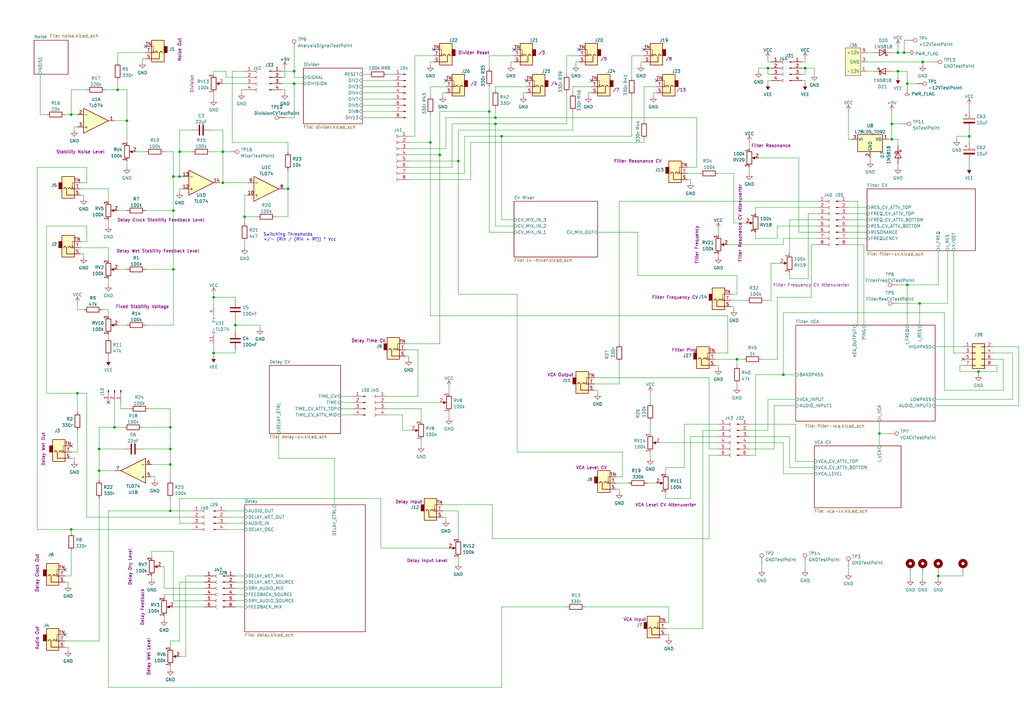
<source format=kicad_sch>
(kicad_sch (version 20211123) (generator eeschema)
  (paper "A3")
  (title_block (title "The Mercurial Machine") (date "2023-05-13") (rev "r02") (comment 2 "creativecommons.org/licenses/by/4.0/") (comment 3 "License: CC BY 4.0") (comment 4 "Author: Guy John"))
  (junction (at 69.85 175.26))
  (junction (at 71.12 110.49))
  (junction (at 368.3 29.21))
  (junction (at 120.65 29.21))
  (junction (at 205.74 55.88))
  (junction (at 187.96 66.04))
  (junction (at 31.75 161.29))
  (junction (at 118.11 77.47))
  (junction (at 377.19 124.46))
  (junction (at 48.26 36.83))
  (junction (at 203.2 48.26))
  (junction (at 69.85 190.5))
  (junction (at 29.21 46.99))
  (junction (at 71.12 86.36))
  (junction (at 46.99 175.26))
  (junction (at 91.44 62.23))
  (junction (at 69.85 184.15))
  (junction (at 203.2 50.8))
  (junction (at 378.46 25.4))
  (junction (at 100.33 88.9))
  (junction (at 91.44 74.93))
  (junction (at 71.12 72.39))
  (junction (at 372.11 34.29))
  (junction (at 69.85 209.55))
  (junction (at 200.66 45.72))
  (junction (at 401.32 152.4))
  (junction (at 365.76 57.15))
  (junction (at 314.96 27.94))
  (junction (at 365.76 50.8))
  (junction (at 321.31 153.67))
  (junction (at 397.51 55.88))
  (junction (at 52.07 49.53))
  (junction (at 384.81 236.22))
  (junction (at 176.53 58.42))
  (junction (at 120.65 34.29))
  (junction (at 87.63 144.78))
  (junction (at 87.63 121.92))
  (junction (at 180.34 63.5))
  (junction (at 302.26 147.32))
  (junction (at 330.2 27.94))
  (junction (at 96.52 133.35))
  (junction (at 360.68 177.8))
  (junction (at 40.64 184.15))
  (junction (at 40.64 193.04))
  (junction (at 370.84 21.59))
  (junction (at 368.3 21.59))
  (junction (at 73.66 72.39))
  (junction (at 29.21 217.17))
  (junction (at 372.11 116.84))
  (junction (at 73.66 62.23))
  (no_connect (at 182.88 33.02))
  (no_connect (at 269.24 33.02))
  (no_connect (at 394.97 147.32))
  (no_connect (at 177.8 20.32))
  (no_connect (at 26.67 260.35))
  (no_connect (at 26.67 233.68))
  (no_connect (at 237.49 20.32))
  (no_connect (at 29.21 182.88))
  (no_connect (at 44.45 165.1))
  (no_connect (at 264.16 20.32))
  (no_connect (at 210.82 20.32))
  (no_connect (at 59.69 19.05))
  (no_connect (at 215.9 33.02))
  (no_connect (at 242.57 33.02))
  (wire (pts (xy 116.84 31.75) (xy 115.57 31.75)))
  (wire (pts (xy 19.05 92.71) (xy 35.56 92.71)))
  (wire (pts (xy 283.21 204.47) (xy 273.05 204.47)))
  (wire (pts (xy 312.42 147.32) (xy 318.77 147.32)))
  (wire (pts (xy 293.37 147.32) (xy 302.26 147.32)))
  (wire (pts (xy 241.3 38.1) (xy 241.3 39.37)))
  (wire (pts (xy 176.53 25.4) (xy 176.53 26.67)))
  (wire (pts (xy 100.33 88.9) (xy 100.33 91.44)))
  (wire (pts (xy 214.63 38.1) (xy 214.63 39.37)))
  (wire (pts (xy 187.96 53.34) (xy 187.96 66.04)))
  (wire (pts (xy 334.01 189.23) (xy 326.39 189.23)))
  (wire (pts (xy 351.79 82.55) (xy 347.98 82.55)))
  (wire (pts (xy 15.24 68.58) (xy 15.24 217.17)))
  (wire (pts (xy 365.76 50.8) (xy 365.76 57.15)))
  (wire (pts (xy 67.31 243.84) (xy 67.31 245.11)))
  (wire (pts (xy 67.31 243.84) (xy 83.82 243.84)))
  (wire (pts (xy 100.33 99.06) (xy 100.33 101.6)))
  (wire (pts (xy 46.99 175.26) (xy 40.64 175.26)))
  (wire (pts (xy 165.1 176.53) (xy 168.91 176.53)))
  (wire (pts (xy 347.98 100.33) (xy 354.33 100.33)))
  (wire (pts (xy 321.31 153.67) (xy 326.39 153.67)))
  (wire (pts (xy 360.68 177.8) (xy 360.68 182.88)))
  (wire (pts (xy 309.88 97.79) (xy 309.88 95.25)))
  (wire (pts (xy 91.44 34.29) (xy 100.33 34.29)))
  (wire (pts (xy 203.2 50.8) (xy 232.41 50.8)))
  (wire (pts (xy 365.76 45.72) (xy 365.76 50.8)))
  (wire (pts (xy 182.88 38.1) (xy 181.61 38.1)))
  (wire (pts (xy 167.64 146.05) (xy 167.64 147.32)))
  (wire (pts (xy 335.28 85.09) (xy 309.88 85.09)))
  (wire (pts (xy 30.48 52.07) (xy 30.48 53.34)))
  (wire (pts (xy 273.05 191.77) (xy 273.05 194.31)))
  (wire (pts (xy 327.66 64.77) (xy 327.66 95.25)))
  (wire (pts (xy 66.04 232.41) (xy 67.31 232.41)))
  (wire (pts (xy 69.85 262.89) (xy 73.66 262.89)))
  (wire (pts (xy 387.35 128.27) (xy 321.31 128.27)))
  (wire (pts (xy 321.31 181.61) (xy 321.31 194.31)))
  (wire (pts (xy 372.11 29.21) (xy 368.3 29.21)))
  (wire (pts (xy 368.3 124.46) (xy 377.19 124.46)))
  (wire (pts (xy 62.23 236.22) (xy 62.23 237.49)))
  (wire (pts (xy 16.51 46.99) (xy 19.05 46.99)))
  (wire (pts (xy 167.64 55.88) (xy 170.18 55.88)))
  (wire (pts (xy 29.21 217.17) (xy 78.74 217.17)))
  (wire (pts (xy 139.7 165.1) (xy 144.78 165.1)))
  (wire (pts (xy 210.82 90.17) (xy 205.74 90.17)))
  (wire (pts (xy 69.85 204.47) (xy 69.85 209.55)))
  (wire (pts (xy 254 82.55) (xy 335.28 82.55)))
  (wire (pts (xy 313.69 123.19) (xy 316.23 123.19)))
  (wire (pts (xy 328.93 33.02) (xy 330.2 33.02)))
  (wire (pts (xy 262.89 25.4) (xy 262.89 26.67)))
  (wire (pts (xy 330.2 231.14) (xy 330.2 233.68)))
  (wire (pts (xy 273.05 260.35) (xy 274.32 260.35)))
  (wire (pts (xy 298.45 129.54) (xy 176.53 129.54)))
  (wire (pts (xy 19.05 92.71) (xy 19.05 161.29)))
  (wire (pts (xy 67.31 252.73) (xy 67.31 254)))
  (wire (pts (xy 73.66 238.76) (xy 73.66 262.89)))
  (wire (pts (xy 368.3 21.59) (xy 370.84 21.59)))
  (wire (pts (xy 330.2 25.4) (xy 330.2 24.13)))
  (wire (pts (xy 165.1 170.18) (xy 165.1 176.53)))
  (wire (pts (xy 29.21 187.96) (xy 30.48 187.96)))
  (wire (pts (xy 190.5 55.88) (xy 205.74 55.88)))
  (wire (pts (xy 116.84 27.94) (xy 116.84 31.75)))
  (wire (pts (xy 394.97 234.95) (xy 394.97 236.22)))
  (wire (pts (xy 200.66 27.94) (xy 200.66 22.86)))
  (wire (pts (xy 35.56 92.71) (xy 35.56 99.06)))
  (wire (pts (xy 181.61 212.09) (xy 182.88 212.09)))
  (wire (pts (xy 73.66 77.47) (xy 73.66 78.74)))
  (wire (pts (xy 269.24 38.1) (xy 267.97 38.1)))
  (wire (pts (xy 236.22 25.4) (xy 236.22 26.67)))
  (wire (pts (xy 100.33 31.75) (xy 92.71 31.75)))
  (wire (pts (xy 96.52 143.51) (xy 96.52 144.78)))
  (wire (pts (xy 44.45 101.6) (xy 44.45 106.68)))
  (wire (pts (xy 203.2 48.26) (xy 203.2 44.45)))
  (wire (pts (xy 46.99 165.1) (xy 46.99 175.26)))
  (wire (pts (xy 27.94 238.76) (xy 27.94 240.03)))
  (wire (pts (xy 95.25 29.21) (xy 95.25 58.42)))
  (wire (pts (xy 311.15 27.94) (xy 311.15 29.21)))
  (wire (pts (xy 273.05 257.81) (xy 288.29 257.81)))
  (wire (pts (xy 44.45 281.94) (xy 205.74 281.94)))
  (wire (pts (xy 283.21 179.07) (xy 294.64 179.07)))
  (wire (pts (xy 309.88 153.67) (xy 321.31 153.67)))
  (wire (pts (xy 71.12 72.39) (xy 71.12 86.36)))
  (wire (pts (xy 16.51 30.48) (xy 16.51 46.99)))
  (wire (pts (xy 116.84 48.26) (xy 120.65 48.26)))
  (wire (pts (xy 205.74 248.92) (xy 205.74 281.94)))
  (wire (pts (xy 33.02 104.14) (xy 34.29 104.14)))
  (wire (pts (xy 351.79 82.55) (xy 351.79 133.35)))
  (wire (pts (xy 71.12 86.36) (xy 71.12 110.49)))
  (wire (pts (xy 397.51 43.18) (xy 397.51 45.72)))
  (wire (pts (xy 298.45 100.33) (xy 321.31 100.33)))
  (wire (pts (xy 87.63 38.1) (xy 87.63 40.64)))
  (wire (pts (xy 391.16 102.87) (xy 391.16 144.78)))
  (wire (pts (xy 294.64 71.12) (xy 300.99 71.12)))
  (wire (pts (xy 332.74 121.92) (xy 332.74 100.33)))
  (wire (pts (xy 71.12 72.39) (xy 73.66 72.39)))
  (wire (pts (xy 293.37 144.78) (xy 298.45 144.78)))
  (wire (pts (xy 288.29 176.53) (xy 288.29 257.81)))
  (wire (pts (xy 118.11 58.42) (xy 118.11 62.23)))
  (wire (pts (xy 73.66 62.23) (xy 73.66 72.39)))
  (wire (pts (xy 316.23 33.02) (xy 314.96 33.02)))
  (wire (pts (xy 172.72 180.34) (xy 172.72 182.88)))
  (wire (pts (xy 55.88 62.23) (xy 59.69 62.23)))
  (wire (pts (xy 166.37 143.51) (xy 171.45 143.51)))
  (wire (pts (xy 96.52 121.92) (xy 87.63 121.92)))
  (wire (pts (xy 40.64 175.26) (xy 40.64 184.15)))
  (wire (pts (xy 91.44 62.23) (xy 86.36 62.23)))
  (wire (pts (xy 210.82 92.71) (xy 203.2 92.71)))
  (wire (pts (xy 118.11 69.85) (xy 118.11 77.47)))
  (wire (pts (xy 397.51 55.88) (xy 397.51 58.42)))
  (wire (pts (xy 69.85 190.5) (xy 69.85 196.85)))
  (wire (pts (xy 139.7 167.64) (xy 144.78 167.64)))
  (wire (pts (xy 71.12 133.35) (xy 71.12 110.49)))
  (wire (pts (xy 74.93 72.39) (xy 73.66 72.39)))
  (wire (pts (xy 377.19 124.46) (xy 377.19 133.35)))
  (wire (pts (xy 294.64 173.99) (xy 280.67 173.99)))
  (wire (pts (xy 91.44 62.23) (xy 93.98 62.23)))
  (wire (pts (xy 411.48 147.32) (xy 407.67 147.32)))
  (wire (pts (xy 312.42 231.14) (xy 312.42 233.68)))
  (wire (pts (xy 394.97 149.86) (xy 393.7 149.86)))
  (wire (pts (xy 44.45 147.32) (xy 44.45 146.05)))
  (wire (pts (xy 115.57 36.83) (xy 116.84 36.83)))
  (wire (pts (xy 180.34 45.72) (xy 180.34 63.5)))
  (wire (pts (xy 328.93 30.48) (xy 330.2 30.48)))
  (wire (pts (xy 273.05 191.77) (xy 280.67 191.77)))
  (wire (pts (xy 387.35 128.27) (xy 387.35 160.02)))
  (wire (pts (xy 378.46 237.49) (xy 378.46 234.95)))
  (wire (pts (xy 259.08 31.75) (xy 259.08 22.86)))
  (wire (pts (xy 411.48 160.02) (xy 411.48 147.32)))
  (wire (pts (xy 316.23 123.19) (xy 316.23 107.95)))
  (wire (pts (xy 355.6 29.21) (xy 358.14 29.21)))
  (wire (pts (xy 417.83 142.24) (xy 407.67 142.24)))
  (wire (pts (xy 252.73 200.66) (xy 254 200.66)))
  (wire (pts (xy 356.87 64.77) (xy 356.87 66.04)))
  (wire (pts (xy 203.2 36.83) (xy 203.2 35.56)))
  (wire (pts (xy 394.97 144.78) (xy 391.16 144.78)))
  (wire (pts (xy 116.84 36.83) (xy 116.84 38.1)))
  (wire (pts (xy 182.88 212.09) (xy 182.88 213.36)))
  (wire (pts (xy 384.81 236.22) (xy 394.97 236.22)))
  (wire (pts (xy 59.69 24.13) (xy 58.42 24.13)))
  (wire (pts (xy 302.26 147.32) (xy 304.8 147.32)))
  (wire (pts (xy 264.16 25.4) (xy 262.89 25.4)))
  (wire (pts (xy 40.64 193.04) (xy 46.99 193.04)))
  (wire (pts (xy 415.29 163.83) (xy 415.29 144.78)))
  (wire (pts (xy 316.23 27.94) (xy 314.96 27.94)))
  (wire (pts (xy 328.93 27.94) (xy 330.2 27.94)))
  (wire (pts (xy 185.42 68.58) (xy 167.64 68.58)))
  (wire (pts (xy 44.45 90.17) (xy 44.45 92.71)))
  (wire (pts (xy 96.52 123.19) (xy 96.52 121.92)))
  (wire (pts (xy 299.72 125.73) (xy 300.99 125.73)))
  (wire (pts (xy 372.11 29.21) (xy 372.11 34.29)))
  (wire (pts (xy 31.75 124.46) (xy 31.75 127)))
  (wire (pts (xy 182.88 60.96) (xy 182.88 48.26)))
  (wire (pts (xy 281.94 68.58) (xy 285.75 68.58)))
  (wire (pts (xy 393.7 152.4) (xy 401.32 152.4)))
  (wire (pts (xy 59.69 110.49) (xy 71.12 110.49)))
  (wire (pts (xy 171.45 143.51) (xy 171.45 162.56)))
  (wire (pts (xy 74.93 77.47) (xy 73.66 77.47)))
  (wire (pts (xy 71.12 226.06) (xy 71.12 246.38)))
  (wire (pts (xy 91.44 53.34) (xy 91.44 62.23)))
  (wire (pts (xy 187.96 66.04) (xy 187.96 120.65)))
  (wire (pts (xy 76.2 236.22) (xy 83.82 236.22)))
  (wire (pts (xy 368.3 21.59) (xy 368.3 19.05)))
  (wire (pts (xy 232.41 22.86) (xy 237.49 22.86)))
  (wire (pts (xy 267.97 38.1) (xy 267.97 39.37)))
  (wire (pts (xy 73.66 214.63) (xy 73.66 204.47)))
  (wire (pts (xy 254 82.55) (xy 254 140.97)))
  (wire (pts (xy 203.2 35.56) (xy 215.9 35.56)))
  (wire (pts (xy 187.96 209.55) (xy 187.96 220.98)))
  (wire (pts (xy 52.07 66.04) (xy 52.07 68.58)))
  (wire (pts (xy 334.01 27.94) (xy 334.01 30.48)))
  (wire (pts (xy 181.61 38.1) (xy 181.61 39.37)))
  (wire (pts (xy 29.21 226.06) (xy 29.21 236.22)))
  (wire (pts (xy 118.11 88.9) (xy 113.03 88.9)))
  (wire (pts (xy 87.63 29.21) (xy 92.71 29.21)))
  (wire (pts (xy 48.26 25.4) (xy 48.26 21.59)))
  (wire (pts (xy 265.43 198.12) (xy 269.24 198.12)))
  (wire (pts (xy 137.16 187.96) (xy 137.16 207.01)))
  (wire (pts (xy 148.59 30.48) (xy 151.13 30.48)))
  (wire (pts (xy 314.96 33.02) (xy 314.96 34.29)))
  (wire (pts (xy 234.95 38.1) (xy 234.95 35.56)))
  (wire (pts (xy 387.35 160.02) (xy 411.48 160.02)))
  (wire (pts (xy 307.34 68.58) (xy 307.34 71.12)))
  (wire (pts (xy 73.66 269.24) (xy 76.2 269.24)))
  (wire (pts (xy 176.53 39.37) (xy 176.53 35.56)))
  (wire (pts (xy 274.32 248.92) (xy 274.32 255.27)))
  (wire (pts (xy 120.65 20.32) (xy 120.65 29.21)))
  (wire (pts (xy 372.11 16.51) (xy 370.84 16.51)))
  (wire (pts (xy 368.3 29.21) (xy 368.3 31.75)))
  (wire (pts (xy 29.21 185.42) (xy 31.75 185.42)))
  (wire (pts (xy 397.51 53.34) (xy 397.51 55.88)))
  (wire (pts (xy 63.5 195.58) (xy 63.5 196.85)))
  (wire (pts (xy 274.32 255.27) (xy 273.05 255.27)))
  (wire (pts (xy 148.59 48.26) (xy 161.29 48.26)))
  (wire (pts (xy 232.41 50.8) (xy 232.41 38.1)))
  (wire (pts (xy 318.77 147.32) (xy 318.77 121.92)))
  (wire (pts (xy 388.62 102.87) (xy 388.62 124.46)))
  (wire (pts (xy 167.64 58.42) (xy 176.53 58.42)))
  (wire (pts (xy 383.54 166.37) (xy 417.83 166.37)))
  (wire (pts (xy 266.7 185.42) (xy 266.7 187.96)))
  (wire (pts (xy 71.12 72.39) (xy 71.12 62.23)))
  (wire (pts (xy 261.62 95.25) (xy 245.11 95.25)))
  (wire (pts (xy 318.77 121.92) (xy 332.74 121.92)))
  (wire (pts (xy 120.65 34.29) (xy 124.46 34.29)))
  (wire (pts (xy 158.75 167.64) (xy 172.72 167.64)))
  (wire (pts (xy 283.21 73.66) (xy 283.21 74.93)))
  (wire (pts (xy 92.71 31.75) (xy 92.71 29.21)))
  (wire (pts (xy 347.98 85.09) (xy 355.6 85.09)))
  (wire (pts (xy 290.83 184.15) (xy 290.83 154.94)))
  (wire (pts (xy 100.33 80.01) (xy 100.33 88.9)))
  (wire (pts (xy 96.52 130.81) (xy 96.52 133.35)))
  (wire (pts (xy 307.34 186.69) (xy 309.88 186.69)))
  (wire (pts (xy 401.32 152.4) (xy 408.94 152.4)))
  (wire (pts (xy 234.95 35.56) (xy 242.57 35.56)))
  (wire (pts (xy 317.5 166.37) (xy 326.39 166.37)))
  (wire (pts (xy 331.47 87.63) (xy 331.47 114.3)))
  (wire (pts (xy 34.29 80.01) (xy 34.29 81.28)))
  (wire (pts (xy 360.68 172.72) (xy 360.68 177.8)))
  (wire (pts (xy 35.56 74.93) (xy 33.02 74.93)))
  (wire (pts (xy 243.84 154.94) (xy 290.83 154.94)))
  (wire (pts (xy 370.84 16.51) (xy 370.84 21.59)))
  (wire (pts (xy 321.31 97.79) (xy 335.28 97.79)))
  (wire (pts (xy 294.64 93.98) (xy 294.64 96.52)))
  (wire (pts (xy 309.88 85.09) (xy 309.88 87.63)))
  (wire (pts (xy 201.93 220.98) (xy 201.93 207.01)))
  (wire (pts (xy 87.63 121.92) (xy 87.63 125.73)))
  (wire (pts (xy 148.59 33.02) (xy 161.29 33.02)))
  (wire (pts (xy 59.69 86.36) (xy 71.12 86.36)))
  (wire (pts (xy 294.64 176.53) (xy 288.29 176.53)))
  (wire (pts (xy 309.88 153.67) (xy 309.88 186.69)))
  (wire (pts (xy 351.79 133.35) (xy 350.52 133.35)))
  (wire (pts (xy 26.67 236.22) (xy 29.21 236.22)))
  (wire (pts (xy 307.34 176.53) (xy 314.96 176.53)))
  (wire (pts (xy 40.64 204.47) (xy 40.64 262.89)))
  (wire (pts (xy 148.59 45.72) (xy 161.29 45.72)))
  (wire (pts (xy 203.2 48.26) (xy 285.75 48.26)))
  (wire (pts (xy 49.53 165.1) (xy 49.53 167.64)))
  (wire (pts (xy 347.98 90.17) (xy 355.6 90.17)))
  (wire (pts (xy 44.45 114.3) (xy 44.45 116.84)))
  (wire (pts (xy 26.67 262.89) (xy 40.64 262.89)))
  (wire (pts (xy 307.34 181.61) (xy 321.31 181.61)))
  (wire (pts (xy 31.75 161.29) (xy 35.56 161.29)))
  (wire (pts (xy 347.98 57.15) (xy 349.25 57.15)))
  (wire (pts (xy 270.51 181.61) (xy 294.64 181.61)))
  (wire (pts (xy 26.67 238.76) (xy 27.94 238.76)))
  (wire (pts (xy 355.6 21.59) (xy 358.14 21.59)))
  (wire (pts (xy 78.74 53.34) (xy 73.66 53.34)))
  (wire (pts (xy 355.6 25.4) (xy 378.46 25.4)))
  (wire (pts (xy 96.52 238.76) (xy 100.33 238.76)))
  (wire (pts (xy 96.52 241.3) (xy 100.33 241.3)))
  (wire (pts (xy 212.09 120.65) (xy 187.96 120.65)))
  (wire (pts (xy 114.3 187.96) (xy 137.16 187.96)))
  (wire (pts (xy 58.42 24.13) (xy 58.42 25.4)))
  (wire (pts (xy 87.63 120.65) (xy 87.63 121.92)))
  (wire (pts (xy 185.42 50.8) (xy 203.2 50.8)))
  (wire (pts (xy 259.08 55.88) (xy 259.08 39.37)))
  (wire (pts (xy 252.73 195.58) (xy 255.27 195.58)))
  (wire (pts (xy 384.81 116.84) (xy 384.81 102.87)))
  (wire (pts (xy 48.26 86.36) (xy 52.07 86.36)))
  (wire (pts (xy 193.04 73.66) (xy 193.04 58.42)))
  (wire (pts (xy 185.42 50.8) (xy 185.42 68.58)))
  (wire (pts (xy 176.53 58.42) (xy 176.53 46.99)))
  (wire (pts (xy 96.52 133.35) (xy 96.52 135.89)))
  (wire (pts (xy 383.54 142.24) (xy 394.97 142.24)))
  (wire (pts (xy 316.23 30.48) (xy 314.96 30.48)))
  (wire (pts (xy 205.74 55.88) (xy 259.08 55.88)))
  (wire (pts (xy 76.2 236.22) (xy 76.2 269.24)))
  (wire (pts (xy 408.94 152.4) (xy 408.94 149.86)))
  (wire (pts (xy 347.98 232.41) (xy 347.98 234.95)))
  (wire (pts (xy 321.31 128.27) (xy 321.31 153.67)))
  (wire (pts (xy 314.96 27.94) (xy 311.15 27.94)))
  (wire (pts (xy 19.05 161.29) (xy 31.75 161.29)))
  (wire (pts (xy 212.09 185.42) (xy 212.09 120.65)))
  (wire (pts (xy 323.85 90.17) (xy 335.28 90.17)))
  (wire (pts (xy 302.26 147.32) (xy 302.26 149.86)))
  (wire (pts (xy 184.15 158.75) (xy 184.15 161.29)))
  (wire (pts (xy 69.85 175.26) (xy 58.42 175.26)))
  (wire (pts (xy 318.77 97.79) (xy 309.88 97.79)))
  (wire (pts (xy 40.64 196.85) (xy 40.64 193.04)))
  (wire (pts (xy 48.26 110.49) (xy 52.07 110.49)))
  (wire (pts (xy 261.62 113.03) (xy 261.62 95.25)))
  (wire (pts (xy 307.34 179.07) (xy 323.85 179.07)))
  (wire (pts (xy 139.7 162.56) (xy 144.78 162.56)))
  (wire (pts (xy 205.74 55.88) (xy 205.74 90.17)))
  (wire (pts (xy 87.63 140.97) (xy 87.63 144.78)))
  (wire (pts (xy 331.47 87.63) (xy 335.28 87.63)))
  (wire (pts (xy 35.56 161.29) (xy 35.56 212.09)))
  (wire (pts (xy 307.34 184.15) (xy 317.5 184.15)))
  (wire (pts (xy 95.25 29.21) (xy 100.33 29.21)))
  (wire (pts (xy 384.81 234.95) (xy 384.81 236.22)))
  (wire (pts (xy 200.66 45.72) (xy 200.66 95.25)))
  (wire (pts (xy 29.21 218.44) (xy 29.21 217.17)))
  (wire (pts (xy 158.75 30.48) (xy 161.29 30.48)))
  (wire (pts (xy 166.37 140.97) (xy 180.34 140.97)))
  (wire (pts (xy 255.27 195.58) (xy 255.27 185.42)))
  (wire (pts (xy 210.82 95.25) (xy 200.66 95.25)))
  (wire (pts (xy 299.72 120.65) (xy 302.26 120.65)))
  (wire (pts (xy 44.45 209.55) (xy 69.85 209.55)))
  (wire (pts (xy 34.29 104.14) (xy 34.29 105.41)))
  (wire (pts (xy 283.21 179.07) (xy 283.21 204.47)))
  (wire (pts (xy 120.65 48.26) (xy 120.65 34.29)))
  (wire (pts (xy 49.53 167.64) (xy 53.34 167.64)))
  (wire (pts (xy 415.29 144.78) (xy 407.67 144.78)))
  (wire (pts (xy 33.02 77.47) (xy 44.45 77.47)))
  (wire (pts (xy 203.2 50.8) (xy 203.2 92.71)))
  (wire (pts (xy 166.37 146.05) (xy 167.64 146.05)))
  (wire (pts (xy 96.52 236.22) (xy 100.33 236.22)))
  (wire (pts (xy 40.64 184.15) (xy 50.8 184.15)))
  (wire (pts (xy 388.62 124.46) (xy 377.19 124.46)))
  (wire (pts (xy 73.66 238.76) (xy 83.82 238.76)))
  (wire (pts (xy 62.23 190.5) (xy 69.85 190.5)))
  (wire (pts (xy 148.59 43.18) (xy 161.29 43.18)))
  (wire (pts (xy 46.99 49.53) (xy 52.07 49.53)))
  (wire (pts (xy 232.41 30.48) (xy 232.41 22.86)))
  (wire (pts (xy 177.8 25.4) (xy 176.53 25.4)))
  (wire (pts (xy 243.84 160.02) (xy 245.11 160.02)))
  (wire (pts (xy 372.11 133.35) (xy 372.11 116.84)))
  (wire (pts (xy 73.66 62.23) (xy 78.74 62.23)))
  (wire (pts (xy 172.72 167.64) (xy 172.72 172.72)))
  (wire (pts (xy 62.23 226.06) (xy 71.12 226.06)))
  (wire (pts (xy 101.6 80.01) (xy 100.33 80.01)))
  (wire (pts (xy 323.85 114.3) (xy 331.47 114.3)))
  (wire (pts (xy 330.2 30.48) (xy 330.2 27.94)))
  (wire (pts (xy 31.75 127) (xy 34.29 127)))
  (wire (pts (xy 92.71 217.17) (xy 100.33 217.17)))
  (wire (pts (xy 200.66 22.86) (xy 210.82 22.86)))
  (wire (pts (xy 116.84 77.47) (xy 118.11 77.47)))
  (wire (pts (xy 105.41 88.9) (xy 100.33 88.9)))
  (wire (pts (xy 368.3 68.58) (xy 368.3 67.31)))
  (wire (pts (xy 96.52 248.92) (xy 100.33 248.92)))
  (wire (pts (xy 41.91 127) (xy 44.45 127)))
  (wire (pts (xy 360.68 177.8) (xy 364.49 177.8)))
  (wire (pts (xy 234.95 53.34) (xy 234.95 45.72)))
  (wire (pts (xy 323.85 111.76) (xy 323.85 114.3)))
  (wire (pts (xy 158.75 165.1) (xy 180.34 165.1)))
  (wire (pts (xy 261.62 113.03) (xy 302.26 113.03)))
  (wire (pts (xy 180.34 63.5) (xy 180.34 140.97)))
  (wire (pts (xy 44.45 77.47) (xy 44.45 82.55)))
  (wire (pts (xy 318.77 92.71) (xy 318.77 97.79)))
  (wire (pts (xy 290.83 186.69) (xy 294.64 186.69)))
  (wire (pts (xy 33.02 101.6) (xy 44.45 101.6)))
  (wire (pts (xy 71.12 248.92) (xy 83.82 248.92)))
  (wire (pts (xy 365.76 29.21) (xy 368.3 29.21)))
  (wire (pts (xy 205.74 248.92) (xy 232.41 248.92)))
  (wire (pts (xy 90.17 74.93) (xy 91.44 74.93)))
  (wire (pts (xy 259.08 22.86) (xy 264.16 22.86)))
  (wire (pts (xy 365.76 57.15) (xy 368.3 57.15)))
  (wire (pts (xy 69.85 175.26) (xy 69.85 184.15)))
  (wire (pts (xy 115.57 29.21) (xy 120.65 29.21)))
  (wire (pts (xy 302.26 120.65) (xy 302.26 113.03)))
  (wire (pts (xy 187.96 53.34) (xy 234.95 53.34)))
  (wire (pts (xy 285.75 48.26) (xy 285.75 68.58)))
  (wire (pts (xy 408.94 149.86) (xy 407.67 149.86)))
  (wire (pts (xy 106.68 133.35) (xy 96.52 133.35)))
  (wire (pts (xy 182.88 48.26) (xy 203.2 48.26)))
  (wire (pts (xy 314.96 25.4) (xy 314.96 24.13)))
  (wire (pts (xy 176.53 35.56) (xy 182.88 35.56)))
  (wire (pts (xy 273.05 204.47) (xy 273.05 201.93)))
  (wire (pts (xy 52.07 49.53) (xy 52.07 36.83)))
  (wire (pts (xy 69.85 184.15) (xy 69.85 190.5)))
  (wire (pts (xy 139.7 170.18) (xy 144.78 170.18)))
  (wire (pts (xy 372.11 116.84) (xy 384.81 116.84)))
  (wire (pts (xy 321.31 97.79) (xy 321.31 100.33)))
  (wire (pts (xy 120.65 29.21) (xy 120.65 31.75)))
  (wire (pts (xy 73.66 53.34) (xy 73.66 62.23)))
  (wire (pts (xy 31.75 52.07) (xy 30.48 52.07)))
  (wire (pts (xy 384.81 236.22) (xy 384.81 237.49)))
  (wire (pts (xy 373.38 237.49) (xy 373.38 234.95)))
  (wire (pts (xy 156.21 224.79) (xy 156.21 204.47)))
  (wire (pts (xy 299.72 123.19) (xy 306.07 123.19)))
  (wire (pts (xy 48.26 21.59) (xy 59.69 21.59)))
  (wire (pts (xy 290.83 220.98) (xy 201.93 220.98)))
  (wire (pts (xy 35.56 212.09) (xy 78.74 212.09)))
  (wire (pts (xy 392.43 55.88) (xy 397.51 55.88)))
  (wire (pts (xy 67.31 62.23) (xy 71.12 62.23)))
  (wire (pts (xy 210.82 25.4) (xy 209.55 25.4)))
  (wire (pts (xy 62.23 226.06) (xy 62.23 228.6)))
  (wire (pts (xy 293.37 149.86) (xy 294.64 149.86)))
  (wire (pts (xy 35.56 68.58) (xy 35.56 74.93)))
  (wire (pts (xy 368.3 116.84) (xy 372.11 116.84)))
  (wire (pts (xy 184.15 224.79) (xy 156.21 224.79)))
  (wire (pts (xy 96.52 243.84) (xy 100.33 243.84)))
  (wire (pts (xy 87.63 144.78) (xy 87.63 146.05)))
  (wire (pts (xy 106.68 134.62) (xy 106.68 133.35)))
  (wire (pts (xy 193.04 58.42) (xy 264.16 58.42)))
  (wire (pts (xy 254 200.66) (xy 254 201.93)))
  (wire (pts (xy 78.74 214.63) (xy 73.66 214.63)))
  (wire (pts (xy 242.57 38.1) (xy 241.3 38.1)))
  (wire (pts (xy 48.26 33.02) (xy 48.26 36.83)))
  (wire (pts (xy 274.32 260.35) (xy 274.32 261.62)))
  (wire (pts (xy 15.24 68.58) (xy 35.56 68.58)))
  (wire (pts (xy 148.59 38.1) (xy 161.29 38.1)))
  (wire (pts (xy 330.2 27.94) (xy 334.01 27.94)))
  (wire (pts (xy 245.11 160.02) (xy 245.11 161.29)))
  (wire (pts (xy 318.77 92.71) (xy 335.28 92.71)))
  (wire (pts (xy 29.21 46.99) (xy 31.75 46.99)))
  (wire (pts (xy 96.52 144.78) (xy 87.63 144.78)))
  (wire (pts (xy 300.99 71.12) (xy 300.99 91.44)))
  (wire (pts (xy 29.21 36.83) (xy 29.21 46.99)))
  (wire (pts (xy 397.51 66.04) (xy 397.51 68.58)))
  (wire (pts (xy 59.69 133.35) (xy 71.12 133.35)))
  (wire (pts (xy 323.85 179.07) (xy 323.85 191.77)))
  (wire (pts (xy 264.16 49.53) (xy 264.16 35.56)))
  (wire (pts (xy 100.33 36.83) (xy 99.06 36.83)))
  (wire (pts (xy 30.48 187.96) (xy 30.48 189.23)))
  (wire (pts (xy 200.66 45.72) (xy 200.66 35.56)))
  (wire (pts (xy 95.25 58.42) (xy 118.11 58.42)))
  (wire (pts (xy 347.98 87.63) (xy 355.6 87.63)))
  (wire (pts (xy 115.57 34.29) (xy 120.65 34.29)))
  (wire (pts (xy 294.64 149.86) (xy 294.64 151.13)))
  (wire (pts (xy 326.39 173.99) (xy 326.39 189.23)))
  (wire (pts (xy 167.64 63.5) (xy 180.34 63.5)))
  (wire (pts (xy 330.2 33.02) (xy 330.2 34.29)))
  (wire (pts (xy 91.44 74.93) (xy 101.6 74.93)))
  (wire (pts (xy 167.64 73.66) (xy 193.04 73.66)))
  (wire (pts (xy 15.24 217.17) (xy 29.21 217.17)))
  (wire (pts (xy 26.67 46.99) (xy 29.21 46.99)))
  (wire (pts (xy 401.32 153.67) (xy 401.32 152.4)))
  (wire (pts (xy 307.34 173.99) (xy 326.39 173.99)))
  (wire (pts (xy 148.59 35.56) (xy 161.29 35.56)))
  (wire (pts (xy 96.52 246.38) (xy 100.33 246.38)))
  (wire (pts (xy 314.96 163.83) (xy 326.39 163.83)))
  (wire (pts (xy 31.75 161.29) (xy 31.75 168.91)))
  (wire (pts (xy 294.64 104.14) (xy 294.64 105.41)))
  (wire (pts (xy 316.23 107.95) (xy 320.04 107.95)))
  (wire (pts (xy 92.71 214.63) (xy 100.33 214.63)))
  (wire (pts (xy 347.98 45.72) (xy 347.98 57.15)))
  (wire (pts (xy 158.75 162.56) (xy 171.45 162.56)))
  (wire (pts (xy 114.3 177.8) (xy 114.3 187.96)))
  (wire (pts (xy 52.07 36.83) (xy 48.26 36.83)))
  (wire (pts (xy 300.99 91.44) (xy 306.07 91.44)))
  (wire (pts (xy 255.27 185.42) (xy 212.09 185.42)))
  (wire (pts (xy 294.64 184.15) (xy 290.83 184.15)))
  (wire (pts (xy 184.15 168.91) (xy 184.15 171.45)))
  (wire (pts (xy 281.94 71.12) (xy 287.02 71.12)))
  (wire (pts (xy 118.11 88.9) (xy 118.11 77.47)))
  (wire (pts (xy 87.63 29.21) (xy 87.63 30.48)))
  (wire (pts (xy 298.45 144.78) (xy 298.45 129.54)))
  (wire (pts (xy 27.94 265.43) (xy 27.94 266.7)))
  (wire (pts (xy 347.98 95.25) (xy 355.6 95.25)))
  (wire (pts (xy 334.01 191.77) (xy 323.85 191.77)))
  (wire (pts (xy 67.31 241.3) (xy 83.82 241.3)))
  (wire (pts (xy 215.9 38.1) (xy 214.63 38.1)))
  (wire (pts (xy 148.59 40.64) (xy 161.29 40.64)))
  (wire (pts (xy 44.45 209.55) (xy 44.45 281.94)))
  (wire (pts (xy 314.96 30.48) (xy 314.96 27.94)))
  (wire (pts (xy 347.98 97.79) (xy 355.6 97.79)))
  (wire (pts (xy 328.93 25.4) (xy 330.2 25.4)))
  (wire (pts (xy 170.18 22.86) (xy 177.8 22.86)))
  (wire (pts (xy 52.07 58.42) (xy 52.07 49.53)))
  (wire (pts (xy 314.96 163.83) (xy 314.96 176.53)))
  (wire (pts (xy 181.61 207.01) (xy 201.93 207.01)))
  (wire (pts (xy 372.11 34.29) (xy 375.92 34.29)))
  (wire (pts (xy 252.73 198.12) (xy 257.81 198.12)))
  (wire (pts (xy 378.46 25.4) (xy 378.46 26.67)))
  (wire (pts (xy 48.26 133.35) (xy 52.07 133.35)))
  (wire (pts (xy 334.01 194.31) (xy 321.31 194.31)))
  (wire (pts (xy 92.71 209.55) (xy 100.33 209.55)))
  (wire (pts (xy 44.45 138.43) (xy 44.45 137.16)))
  (wire (pts (xy 370.84 21.59) (xy 372.11 21.59)))
  (wire (pts (xy 187.96 228.6) (xy 187.96 231.14)))
  (wire (pts (xy 92.71 212.09) (xy 100.33 212.09)))
  (wire (pts (xy 317.5 166.37) (xy 317.5 184.15)))
  (wire (pts (xy 156.21 204.47) (xy 73.66 204.47)))
  (wire (pts (xy 307.34 58.42) (xy 307.34 60.96)))
  (wire (pts (xy 120.65 31.75) (xy 124.46 31.75)))
  (wire (pts (xy 33.02 80.01) (xy 34.29 80.01)))
  (wire (pts (xy 323.85 90.17) (xy 323.85 104.14)))
  (wire (pts (xy 44.45 127) (xy 44.45 129.54)))
  (wire (pts (xy 266.7 172.72) (xy 266.7 177.8)))
  (wire (pts (xy 40.64 184.15) (xy 40.64 193.04)))
  (wire (pts (xy 181.61 209.55) (xy 187.96 209.55)))
  (wire (pts (xy 280.67 173.99) (xy 280.67 191.77)))
  (wire (pts (xy 31.75 176.53) (xy 31.75 185.42)))
  (wire (pts (xy 281.94 73.66) (xy 283.21 73.66)))
  (wire (pts (xy 35.56 99.06) (xy 33.02 99.06)))
  (wire (pts (xy 209.55 25.4) (xy 209.55 26.67)))
  (wire (pts (xy 264.16 35.56) (xy 269.24 35.56)))
  (wire (pts (xy 190.5 71.12) (xy 190.5 55.88)))
  (wire (pts (xy 67.31 232.41) (xy 67.31 241.3)))
  (wire (pts (xy 365.76 50.8) (xy 369.57 50.8)))
  (wire (pts (xy 50.8 175.26) (xy 46.99 175.26)))
  (wire (pts (xy 383.54 163.83) (xy 415.29 163.83)))
  (wire (pts (xy 302.26 158.75) (xy 302.26 157.48)))
  (wire (pts (xy 354.33 100.33) (xy 354.33 133.35)))
  (wire (pts (xy 69.85 209.55) (xy 78.74 209.55)))
  (wire (pts (xy 417.83 166.37) (xy 417.83 142.24)))
  (wire (pts (xy 62.23 195.58) (xy 63.5 195.58)))
  (wire (pts (xy 69.85 262.89) (xy 69.85 265.43)))
  (wire (pts (xy 290.83 186.69) (xy 290.83 220.98)))
  (wire (pts (xy 243.84 157.48) (xy 254 157.48)))
  (wire (pts (xy 365.76 21.59) (xy 368.3 21.59)))
  (wire (pts (xy 60.96 167.64) (xy 69.85 167.64)))
  (wire (pts (xy 364.49 57.15) (xy 365.76 57.15)))
  (wire (pts (xy 311.15 64.77) (xy 327.66 64.77)))
  (wire (pts (xy 372.11 34.29) (xy 372.11 36.83)))
  (wire (pts (xy 99.06 36.83) (xy 99.06 38.1)))
  (wire (pts (xy 368.3 59.69) (xy 368.3 57.15)))
  (wire (pts (xy 176.53 129.54) (xy 176.53 58.42)))
  (wire (pts (xy 170.18 22.86) (xy 170.18 55.88)))
  (wire (pts (xy 316.23 25.4) (xy 314.96 25.4)))
  (wire (pts (xy 237.49 25.4) (xy 236.22 25.4)))
  (wire (pts (xy 266.7 161.29) (xy 266.7 165.1)))
  (wire (pts (xy 378.46 25.4) (xy 382.27 25.4)))
  (wire (pts (xy 158.75 170.18) (xy 165.1 170.18)))
  (wire (pts (xy 26.67 265.43) (xy 27.94 265.43)))
  (wire (pts (xy 332.74 100.33) (xy 335.28 100.33)))
  (wire (pts (xy 167.64 71.12) (xy 190.5 71.12)))
  (wire (pts (xy 254 148.59) (xy 254 157.48)))
  (wire (pts (xy 43.18 36.83) (xy 48.26 36.83)))
  (wire (pts (xy 91.44 62.23) (xy 91.44 74.93)))
  (wire (pts (xy 69.85 167.64) (xy 69.85 175.26)))
  (wire (pts (xy 264.16 58.42) (xy 264.16 57.15)))
  (wire (pts (xy 58.42 184.15) (xy 69.85 184.15)))
  (wire (pts (xy 393.7 149.86) (xy 393.7 152.4)))
  (wire (pts (xy 167.64 66.04) (xy 187.96 66.04)))
  (wire (pts (xy 327.66 95.25) (xy 335.28 95.25)))
  (wire (pts (xy 167.64 60.96) (xy 182.88 60.96)))
  (wire (pts (xy 69.85 274.32) (xy 69.85 273.05)))
  (wire (pts (xy 71.12 246.38) (xy 83.82 246.38)))
  (wire (pts (xy 300.99 125.73) (xy 300.99 127)))
  (wire (pts (xy 240.03 248.92) (xy 274.32 248.92)))
  (wire (pts (xy 347.98 92.71) (xy 355.6 92.71)))
  (wire (pts (xy 180.34 45.72) (xy 200.66 45.72)))
  (wire (pts (xy 35.56 36.83) (xy 29.21 36.83)))
  (wire (pts (xy 392.43 57.15) (xy 392.43 55.88)))
  (wire (pts (xy 86.36 53.34) (xy 91.44 53.34)))
  (text "Switching Thresholds\n+/- (Rin / (Rin + Rf)) * Vcc" (at 107.95 99.06 0) (effects (font (size 1.27 1.27)) (justify left bottom)))
  (symbol (lib_id "Device:R_Potentiometer") (at 187.96 224.79 180) (unit 1)
    (property "Reference" "RV12" (at 189.738 223.9553 0) (effects (justify right)))
    (property "Value" "100k" (at 189.738 226.4922 0) (effects (justify right)))
    (property "Footprint" "rumblesan-standard-parts:Potentiometer_Alpha_RD901F-40-00D_Single_Vertical" (effects hide))
    (property "Name" "Delay Input Level" (at 175.26 229.87 0))
  )
  (symbol (lib_id "rumblesan-standard-parts:R") (at 44.45 142.24 180) (unit 1)
    (property "Reference" "R11" (at 46.228 141.4053 0) (effects (justify right)))
    (property "Value" "47k" (at 46.228 143.9422 0) (effects (justify right)))
    (property "Footprint" "rumblesan-standard-parts:R_Axial_DIN0207_L6.3mm_D2.5mm_P10.16mm_Horizontal" (effects hide))
    (property "Tolerance" "1%" (effects hide))
    (property "Power" "0.5W" (effects hide))
    (property "Spec" "metal film" (effects hide))
  )
  (symbol (lib_id "Device:R_Potentiometer") (at 52.07 62.23 0) (mirror x) (unit 1)
    (property "Reference" "RV4" (at 50.2921 61.3953 0) (effects (justify right)))
    (property "Value" "100k" (at 50.2921 63.9322 0) (effects (justify right)))
    (property "Footprint" "rumblesan-standard-parts:Potentiometer_Alpha_RD901F-40-00D_Single_Vertical" (effects hide))
    (property "Name" "Stability Noise Level" (at 33.02 62.23 0))
  )
  (symbol (lib_id "power:VEE") (at 368.3 31.75 180) (unit 1)
    (property "Reference" "#PWR060" (effects hide))
    (property "Value" "VEE" (at 368.3 36.1934 0))
  )
  (symbol (lib_id "power:GND") (at 302.26 158.75 0) (unit 1)
    (property "Reference" "#PWR0210" (effects hide))
    (property "Value" "GND" (at 302.26 163.1934 0))
  )
  (symbol (lib_id "Connector:TestPoint") (at 372.11 16.51 270) (unit 1)
    (property "Reference" "TP4" (at 376.809 15.6753 90) (effects (justify left)))
    (property "Value" "+12VTestPoint" (at 376.809 18.2122 90) (effects (justify left)))
    (property "Footprint" "rumblesan-standard-parts:TestPoint_Loop_D2.50mm_Drill1.0mm_LowProfile" (effects hide))
  )
  (symbol (lib_id "Connector:TestPoint") (at 120.65 20.32 0) (unit 1)
    (property "Reference" "TP9" (at 122.047 16.1833 0) (effects (justify left)))
    (property "Value" "AnalysisSignalTestPoint" (at 122.047 18.7202 0) (effects (justify left)))
    (property "Footprint" "rumblesan-standard-parts:TestPoint_Loop_D2.50mm_Drill1.0mm_LowProfile" (effects hide))
  )
  (symbol (lib_id "power:GND") (at 63.5 196.85 0) (mirror y) (unit 1)
    (property "Reference" "#PWR0118" (effects hide))
    (property "Value" "GND" (at 63.5 201.2934 0))
  )
  (symbol (lib_id "Connector:TestPoint") (at 330.2 231.14 0) (unit 1)
    (property "Reference" "TP14" (at 331.597 227.0033 0) (effects (justify left)))
    (property "Value" "GNDTestPoint" (at 331.597 229.5402 0) (effects (justify left)))
    (property "Footprint" "rumblesan-standard-parts:TestPoint_Loop_D2.50mm_Drill1.0mm_LowProfile" (effects hide))
  )
  (symbol (lib_id "Mechanical:MountingHole_Pad") (at 378.46 232.41 0) (unit 1)
    (property "Reference" "H2" (effects hide))
    (property "Value" "MountingHole_Pad" (effects hide))
    (property "Footprint" "rumblesan-standard-parts:MountingHole_3.2mm_M3_DIN965_Pad" (effects hide))
  )
  (symbol (lib_id "Connector:Conn_01x04_Male") (at 323.85 27.94 0) (unit 1)
    (property "Reference" "J31" (at 323.85 22.86 0))
    (property "Value" "Conn_01x04_Male" (effects hide))
    (property "Footprint" "Connector_PinHeader_2.54mm:PinHeader_1x04_P2.54mm_Vertical" (effects hide))
  )
  (symbol (lib_id "Connector:Conn_01x08_Male") (at 342.9 90.17 0) (unit 1)
    (property "Reference" "J35" (at 344.17 80.01 0))
    (property "Value" "Conn_01x08_Male" (effects hide))
    (property "Footprint" "Connector_PinHeader_2.54mm:PinHeader_1x08_P2.54mm_Vertical" (effects hide))
  )
  (symbol (lib_id "power:GND") (at 245.11 161.29 0) (mirror y) (unit 1)
    (property "Reference" "#PWR045" (effects hide))
    (property "Value" "GND" (at 245.11 165.7334 0))
  )
  (symbol (lib_id "power:GND") (at 58.42 25.4 0) (unit 1)
    (property "Reference" "#PWR04" (effects hide))
    (property "Value" "GND" (at 58.42 29.8434 0))
  )
  (symbol (lib_id "Eurorack_Hardware:Eurorack Mono Jack") (at 269.24 21.59 0) (unit 1)
    (property "Reference" "J19" (at 270.51 16.51 0) (effects (justify left)))
    (property "Value" "Eurorack Mono Jack" (effects hide))
    (property "Footprint" "rumblesan-standard-parts:Jack_3.5mm_QingPu_WQP-PJ398SM_Vertical" (effects hide))
    (property "Datasheet" "http://www.qingpu-electronics.com/en/products/WQP-PJ398SM-362.html" (effects hide))
    (property "mpn" "WQP-WQP518MA" (effects hide))
    (property "Name" "/8" (at 274.32 24.13 0))
  )
  (symbol (lib_id "power:VCC") (at 266.7 161.29 0) (unit 1)
    (property "Reference" "#PWR041" (effects hide))
    (property "Value" "VCC" (at 266.7 157.7142 0))
  )
  (symbol (lib_id "power:GND") (at 266.7 187.96 0) (unit 1)
    (property "Reference" "#PWR042" (effects hide))
    (property "Value" "GND" (at 266.7 192.4034 0))
  )
  (symbol (lib_id "Eurorack_Hardware:Eurorack Mono Jack") (at 182.88 21.59 0) (unit 1)
    (property "Reference" "J22" (at 184.15 16.51 0) (effects (justify left)))
    (property "Value" "Eurorack Mono Jack" (effects hide))
    (property "Footprint" "rumblesan-standard-parts:Jack_3.5mm_QingPu_WQP-PJ398SM_Vertical" (effects hide))
    (property "Datasheet" "http://www.qingpu-electronics.com/en/products/WQP-PJ398SM-362.html" (effects hide))
    (property "mpn" "WQP-WQP518MA" (effects hide))
    (property "Name" "Divider Reset" (at 194.31 21.59 0))
  )
  (symbol (lib_id "Eurorack_Hardware:Eurorack Power Small") (at 349.25 25.4 0) (unit 1)
    (property "Reference" "J36" (at 349.885 18.573 0))
    (property "Value" "Eurorack Power Small" (effects hide))
    (property "Footprint" "eurorack-power:Eurorack_PowerHeader_2x05_P2.54mm_Shrouded" (effects hide))
  )
  (symbol (lib_id "power:GND") (at 106.68 134.62 0) (unit 1)
    (property "Reference" "#PWR055" (effects hide))
    (property "Value" "GND" (at 106.68 139.0634 0))
  )
  (symbol (lib_id "rumblesan-standard-parts:R") (at 48.26 29.21 180) (unit 1)
    (property "Reference" "R5" (at 50.038 28.3753 0) (effects (justify right)))
    (property "Value" "330r" (at 50.038 30.9122 0) (effects (justify right)))
    (property "Footprint" "rumblesan-standard-parts:R_Axial_DIN0207_L6.3mm_D2.5mm_P2.54mm_Vertical" (effects hide))
    (property "Tolerance" "1%" (effects hide))
    (property "Power" "0.5W" (effects hide))
    (property "Spec" "metal film" (effects hide))
  )
  (symbol (lib_id "rumblesan-standard-parts:R") (at 266.7 168.91 0) (unit 1)
    (property "Reference" "R26" (at 261.62 167.64 90) (effects (justify right)))
    (property "Value" "120k" (at 264.16 166.37 90) (effects (justify right)))
    (property "Footprint" "rumblesan-standard-parts:R_Axial_DIN0207_L6.3mm_D2.5mm_P10.16mm_Horizontal" (effects hide))
    (property "Tolerance" "1%" (effects hide))
    (property "Power" "0.5W" (effects hide))
    (property "Spec" "metal film" (effects hide))
  )
  (symbol (lib_id "Connector:TestPoint") (at 369.57 50.8 270) (unit 1)
    (property "Reference" "TP11" (at 374.269 49.9653 90) (effects (justify left)))
    (property "Value" "5VTestPoint" (at 374.269 52.5022 90) (effects (justify left)))
    (property "Footprint" "rumblesan-standard-parts:TestPoint_Loop_D2.50mm_Drill1.0mm_LowProfile" (effects hide))
  )
  (symbol (lib_id "Device:R_Potentiometer") (at 44.45 110.49 0) (mirror x) (unit 1)
    (property "Reference" "RV2" (at 42.6721 109.6553 0) (effects (justify right)))
    (property "Value" "100k" (at 42.6721 112.1922 0) (effects (justify right)))
    (property "Footprint" "rumblesan-standard-parts:Potentiometer_Alpha_RD901F-40-00D_Single_Vertical" (effects hide))
    (property "Name" "Delay Wet Stability Feedback Level" (at 64.77 102.87 0))
  )
  (symbol (lib_id "power:GND") (at 330.2 233.68 0) (unit 1)
    (property "Reference" "#PWR0123" (effects hide))
    (property "Value" "GND" (at 330.2 238.1234 0))
  )
  (symbol (lib_id "power:GND") (at 373.38 237.49 0) (unit 1)
    (property "Reference" "#PWR0122" (effects hide))
    (property "Value" "GND" (at 373.38 241.9334 0))
  )
  (symbol (lib_id "rumblesan-standard-parts:R") (at 309.88 123.19 270) (unit 1)
    (property "Reference" "R32" (at 311.15 118.11 90) (effects (justify right)))
    (property "Value" "100k" (at 312.42 120.65 90) (effects (justify right)))
    (property "Footprint" "rumblesan-standard-parts:R_Axial_DIN0207_L6.3mm_D2.5mm_P10.16mm_Horizontal" (effects hide))
    (property "Tolerance" "1%" (effects hide))
    (property "Power" "0.5W" (effects hide))
    (property "Spec" "metal film" (effects hide))
  )
  (symbol (lib_id "power:GND") (at 311.15 29.21 0) (unit 1)
    (property "Reference" "#PWR0208" (effects hide))
    (property "Value" "GND" (at 311.15 33.6534 0))
  )
  (symbol (lib_id "rumblesan-standard-parts:C") (at 96.52 139.7 0) (unit 1)
    (property "Reference" "C4" (at 99.441 138.8653 0) (effects (justify left)))
    (property "Value" "100nF" (at 99.441 141.4022 0) (effects (justify left)))
    (property "Footprint" "rumblesan-standard-parts:C_Rect_L7.0mm_W2.5mm_P5.00mm" (effects hide))
    (property "Spec" "ceramic X7R" (effects hide))
    (property "Tolerance" "5%" (effects hide))
  )
  (symbol (lib_id "power:VCC") (at 314.96 24.13 0) (unit 1)
    (property "Reference" "#PWR0205" (effects hide))
    (property "Value" "VCC" (at 314.96 20.5542 0))
  )
  (symbol (lib_id "Device:R_Potentiometer") (at 307.34 64.77 0) (unit 1)
    (property "Reference" "RV20" (at 305.5621 65.6047 0) (effects (justify right)))
    (property "Value" "100k" (at 305.5621 63.0678 0) (effects (justify right)))
    (property "Footprint" "rumblesan-standard-parts:Potentiometer_Alpha_RD901F-40-00D_Single_Vertical" (effects hide))
    (property "Name" "Filter Resonance" (at 316.23 59.69 0))
  )
  (symbol (lib_id "Device:R_Potentiometer") (at 67.31 248.92 0) (mirror x) (unit 1)
    (property "Reference" "RV3" (at 65.532 248.0853 0) (effects (justify right)))
    (property "Value" "100k" (at 65.532 250.6222 0) (effects (justify right)))
    (property "Footprint" "rumblesan-standard-parts:Potentiometer_Alpha_RD901F-40-00D_Single_Vertical" (effects hide))
    (property "Name" "Delay Feedback" (at 58.42 248.92 90))
  )
  (symbol (lib_id "Eurorack_Hardware:Eurorack Mono Jack") (at 64.77 20.32 0) (unit 1)
    (property "Reference" "J1" (at 69.342 20.1203 0) (effects (justify left)))
    (property "Value" "Eurorack Mono Jack" (effects hide))
    (property "Footprint" "rumblesan-standard-parts:Jack_3.5mm_QingPu_WQP-PJ398SM_Vertical" (effects hide))
    (property "Datasheet" "http://www.qingpu-electronics.com/en/products/WQP-PJ398SM-362.html" (effects hide))
    (property "mpn" "WQP-WQP518MA" (effects hide))
    (property "Name" "Noise Out" (at 73.66 20.32 90))
  )
  (symbol (lib_id "Eurorack_Hardware:Eurorack Mono Jack") (at 161.29 142.24 0) (mirror y) (unit 1)
    (property "Reference" "J9" (at 156.718 142.0403 0) (effects (justify left)))
    (property "Value" "Eurorack Mono Jack" (effects hide))
    (property "Footprint" "rumblesan-standard-parts:Jack_3.5mm_QingPu_WQP-PJ398SM_Vertical" (effects hide))
    (property "Datasheet" "http://www.qingpu-electronics.com/en/products/WQP-PJ398SM-362.html" (effects hide))
    (property "mpn" "WQP-WQP518MA" (effects hide))
    (property "Name" "Delay Time CV" (at 151.13 139.7 0))
  )
  (symbol (lib_id "rumblesan-standard-parts:R") (at 100.33 95.25 0) (mirror y) (unit 1)
    (property "Reference" "R21" (at 102.108 94.4153 0) (effects (justify right)))
    (property "Value" "4k7" (at 102.108 96.9522 0) (effects (justify right)))
    (property "Footprint" "rumblesan-standard-parts:R_Axial_DIN0207_L6.3mm_D2.5mm_P10.16mm_Horizontal" (effects hide))
    (property "Tolerance" "1%" (effects hide))
    (property "Power" "0.5W" (effects hide))
    (property "Spec" "metal film" (effects hide))
  )
  (symbol (lib_id "Device:R_Potentiometer") (at 184.15 165.1 180) (unit 1)
    (property "Reference" "RV9" (at 185.9279 164.2653 0) (effects (justify right)))
    (property "Value" "100k" (at 185.9279 166.8022 0) (effects (justify right)))
    (property "Footprint" "rumblesan-standard-parts:Potentiometer_Alpha_RD901F-40-00D_Single_Vertical" (effects hide))
  )
  (symbol (lib_id "rumblesan-standard-parts:R") (at 109.22 88.9 270) (mirror x) (unit 1)
    (property "Reference" "R20" (at 109.22 84.1842 90))
    (property "Value" "100k" (at 109.22 86.7211 90))
    (property "Footprint" "rumblesan-standard-parts:R_Axial_DIN0207_L6.3mm_D2.5mm_P10.16mm_Horizontal" (effects hide))
    (property "Tolerance" "1%" (effects hide))
    (property "Power" "0.5W" (effects hide))
    (property "Spec" "metal film" (effects hide))
  )
  (symbol (lib_id "rumblesan-standard-parts:R") (at 203.2 40.64 180) (unit 1)
    (property "Reference" "R42" (at 204.978 39.8053 0) (effects (justify right)))
    (property "Value" "330r" (at 204.978 42.3422 0) (effects (justify right)))
    (property "Footprint" "rumblesan-standard-parts:R_Axial_DIN0207_L6.3mm_D2.5mm_P10.16mm_Horizontal" (effects hide))
    (property "Tolerance" "1%" (effects hide))
    (property "Power" "0.5W" (effects hide))
    (property "Spec" "metal film" (effects hide))
  )
  (symbol (lib_id "power:GND") (at 334.01 30.48 0) (unit 1)
    (property "Reference" "#PWR0206" (effects hide))
    (property "Value" "GND" (at 334.01 34.9234 0))
  )
  (symbol (lib_id "rumblesan-standard-parts:R") (at 118.11 66.04 0) (mirror y) (unit 1)
    (property "Reference" "R23" (at 119.888 65.2053 0) (effects (justify right)))
    (property "Value" "10k" (at 119.888 67.7422 0) (effects (justify right)))
    (property "Footprint" "rumblesan-standard-parts:R_Axial_DIN0207_L6.3mm_D2.5mm_P10.16mm_Horizontal" (effects hide))
    (property "Tolerance" "1%" (effects hide))
    (property "Power" "0.5W" (effects hide))
    (property "Spec" "metal film" (effects hide))
  )
  (symbol (lib_id "rumblesan-standard-parts:R") (at 57.15 167.64 90) (unit 1)
    (property "Reference" "R24" (at 57.15 162.9242 90))
    (property "Value" "100k" (at 57.15 165.4611 90))
    (property "Footprint" "rumblesan-standard-parts:R_Axial_DIN0207_L6.3mm_D2.5mm_P10.16mm_Horizontal" (effects hide))
    (property "Tolerance" "1%" (effects hide))
    (property "Power" "0.5W" (effects hide))
    (property "Spec" "metal film" (effects hide))
  )
  (symbol (lib_id "power:GND") (at 300.99 127 0) (mirror y) (unit 1)
    (property "Reference" "#PWR049" (effects hide))
    (property "Value" "GND" (at 300.99 131.4434 0))
  )
  (symbol (lib_id "Connector:Conn_01x04_Female") (at 153.67 165.1 0) (mirror y) (unit 1)
    (property "Reference" "J45" (at 153.67 160.02 0))
    (property "Value" "Conn_01x04_Female" (effects hide))
    (property "Footprint" "Connector_PinSocket_2.54mm:PinSocket_1x04_P2.54mm_Vertical" (effects hide))
  )
  (symbol (lib_id "rumblesan-standard-parts:C") (at 96.52 127 0) (unit 1)
    (property "Reference" "C5" (at 99.441 126.1653 0) (effects (justify left)))
    (property "Value" "100nF" (at 99.441 128.7022 0) (effects (justify left)))
    (property "Footprint" "rumblesan-standard-parts:C_Rect_L7.0mm_W2.5mm_P5.00mm" (effects hide))
    (property "Spec" "ceramic X7R" (effects hide))
    (property "Tolerance" "5%" (effects hide))
  )
  (symbol (lib_id "rumblesan-standard-parts:R") (at 200.66 31.75 180) (unit 1)
    (property "Reference" "R35" (at 198.12 30.48 90) (effects (justify right)))
    (property "Value" "330r" (at 198.12 35.56 90) (effects (justify right)))
    (property "Footprint" "rumblesan-standard-parts:R_Axial_DIN0207_L6.3mm_D2.5mm_P10.16mm_Horizontal" (effects hide))
    (property "Tolerance" "1%" (effects hide))
    (property "Power" "0.5W" (effects hide))
    (property "Spec" "metal film" (effects hide))
  )
  (symbol (lib_id "Eurorack_Hardware:Eurorack Mono Jack") (at 242.57 21.59 0) (unit 1)
    (property "Reference" "J20" (at 243.84 16.51 0) (effects (justify left)))
    (property "Value" "Eurorack Mono Jack" (effects hide))
    (property "Footprint" "rumblesan-standard-parts:Jack_3.5mm_QingPu_WQP-PJ398SM_Vertical" (effects hide))
    (property "Datasheet" "http://www.qingpu-electronics.com/en/products/WQP-PJ398SM-362.html" (effects hide))
    (property "mpn" "WQP-WQP518MA" (effects hide))
    (property "Name" "/5" (at 247.65 24.13 0))
  )
  (symbol (lib_id "rumblesan-standard-parts:R") (at 261.62 198.12 270) (unit 1)
    (property "Reference" "R19" (at 262.89 193.04 90) (effects (justify right)))
    (property "Value" "330k" (at 264.16 195.58 90) (effects (justify right)))
    (property "Footprint" "rumblesan-standard-parts:R_Axial_DIN0207_L6.3mm_D2.5mm_P10.16mm_Horizontal" (effects hide))
    (property "Tolerance" "1%" (effects hide))
    (property "Power" "0.5W" (effects hide))
    (property "Spec" "metal film" (effects hide))
  )
  (symbol (lib_id "rumblesan-standard-parts:R") (at 236.22 248.92 90) (unit 1)
    (property "Reference" "R13" (at 236.22 244.2042 90))
    (property "Value" "330r" (at 236.22 246.7411 90))
    (property "Footprint" "rumblesan-standard-parts:R_Axial_DIN0207_L6.3mm_D2.5mm_P10.16mm_Horizontal" (effects hide))
    (property "Tolerance" "1%" (effects hide))
    (property "Power" "0.5W" (effects hide))
    (property "Spec" "metal film" (effects hide))
  )
  (symbol (lib_id "rumblesan-standard-parts:R") (at 40.64 200.66 0) (unit 1)
    (property "Reference" "R22" (at 42.418 199.8253 0) (effects (justify left)))
    (property "Value" "330r" (at 42.418 202.3622 0) (effects (justify left)))
    (property "Footprint" "rumblesan-standard-parts:R_Axial_DIN0207_L6.3mm_D2.5mm_P10.16mm_Horizontal" (effects hide))
    (property "Tolerance" "1%" (effects hide))
    (property "Power" "0.5W" (effects hide))
    (property "Spec" "metal film" (effects hide))
  )
  (symbol (lib_id "power:GND") (at 283.21 74.93 0) (mirror y) (unit 1)
    (property "Reference" "#PWR046" (effects hide))
    (property "Value" "GND" (at 283.21 79.3734 0))
  )
  (symbol (lib_id "Mechanical:MountingHole_Pad") (at 384.81 232.41 0) (unit 1)
    (property "Reference" "H1" (effects hide))
    (property "Value" "MountingHole_Pad" (effects hide))
    (property "Footprint" "rumblesan-standard-parts:MountingHole_3.2mm_M3_DIN965_Pad" (effects hide))
  )
  (symbol (lib_id "rumblesan-standard-parts:R") (at 55.88 110.49 90) (unit 1)
    (property "Reference" "R1" (at 55.88 105.7742 90))
    (property "Value" "100k" (at 55.88 108.3111 90))
    (property "Footprint" "rumblesan-standard-parts:R_Axial_DIN0207_L6.3mm_D2.5mm_P10.16mm_Horizontal" (effects hide))
    (property "Tolerance" "1%" (effects hide))
    (property "Power" "0.5W" (effects hide))
    (property "Spec" "metal film" (effects hide))
  )
  (symbol (lib_id "Amplifier_Operational:TL074") (at 82.55 74.93 0) (mirror x) (unit 4)
    (property "Reference" "U1" (at 82.55 80.01 0))
    (property "Value" "TL074" (at 82.55 82.5469 0))
    (property "Footprint" "rumblesan-standard-parts:DIP-14_W7.62mm_Socket" (effects hide))
    (property "Datasheet" "http://www.ti.com/lit/ds/symlink/tl071.pdf" (effects hide))
  )
  (symbol (lib_id "Amplifier_Operational:TL074") (at 54.61 193.04 180) (unit 2)
    (property "Reference" "U1" (at 54.61 201.93 0))
    (property "Value" "TL074" (at 54.61 199.39 0))
    (property "Footprint" "rumblesan-standard-parts:DIP-14_W7.62mm_Socket" (effects hide))
    (property "Datasheet" "http://www.ti.com/lit/ds/symlink/tl071.pdf" (effects hide))
  )
  (symbol (lib_id "power:GND") (at 401.32 153.67 0) (mirror y) (unit 1)
    (property "Reference" "#PWR065" (effects hide))
    (property "Value" "GND" (at 401.32 158.1134 0))
  )
  (symbol (lib_id "Amplifier_Operational:TL074") (at 39.37 49.53 0) (mirror x) (unit 1)
    (property "Reference" "U1" (at 39.37 40.7502 0))
    (property "Value" "TL074" (at 39.37 43.2871 0))
    (property "Footprint" "rumblesan-standard-parts:DIP-14_W7.62mm_Socket" (effects hide))
    (property "Datasheet" "http://www.ti.com/lit/ds/symlink/tl071.pdf" (effects hide))
  )
  (symbol (lib_id "Connector:Conn_01x04_Female") (at 83.82 212.09 0) (unit 1)
    (property "Reference" "J46" (at 83.82 208.28 0))
    (property "Value" "Conn_01x04_Female" (effects hide))
    (property "Footprint" "Connector_PinSocket_2.54mm:PinSocket_1x04_P2.54mm_Vertical" (effects hide))
  )
  (symbol (lib_id "Eurorack_Hardware:Eurorack Mono Jack") (at 24.13 184.15 0) (mirror y) (unit 1)
    (property "Reference" "J3" (at 23.495 176.6402 0))
    (property "Value" "Eurorack Mono Jack" (effects hide))
    (property "Footprint" "rumblesan-standard-parts:Jack_3.5mm_QingPu_WQP-PJ398SM_Vertical" (effects hide))
    (property "Datasheet" "http://www.qingpu-electronics.com/en/products/WQP-PJ398SM-362.html" (effects hide))
    (property "mpn" "WQP-WQP518MA" (effects hide))
    (property "Name" "Delay Wet Out" (at 17.78 184.15 90))
  )
  (symbol (lib_id "power:GND") (at 274.32 261.62 0) (mirror y) (unit 1)
    (property "Reference" "#PWR038" (effects hide))
    (property "Value" "GND" (at 274.32 266.0634 0))
  )
  (symbol (lib_id "power:VCC") (at 87.63 120.65 0) (unit 1)
    (property "Reference" "#PWR052" (effects hide))
    (property "Value" "VCC" (at 87.63 117.0742 0))
  )
  (symbol (lib_id "rumblesan-standard-parts:R") (at 39.37 36.83 90) (unit 1)
    (property "Reference" "R17" (at 39.37 32.1142 90))
    (property "Value" "220k" (at 39.37 34.6511 90))
    (property "Footprint" "rumblesan-standard-parts:R_Axial_DIN0207_L6.3mm_D2.5mm_P10.16mm_Horizontal" (effects hide))
    (property "Tolerance" "1%" (effects hide))
    (property "Power" "0.5W" (effects hide))
    (property "Spec" "metal film" (effects hide))
  )
  (symbol (lib_id "power:GND") (at 378.46 237.49 0) (unit 1)
    (property "Reference" "#PWR0121" (effects hide))
    (property "Value" "GND" (at 378.46 241.9334 0))
  )
  (symbol (lib_id "Eurorack_Hardware:Eurorack Mono Jack") (at 176.53 208.28 0) (mirror y) (unit 1)
    (property "Reference" "J12" (at 171.958 208.0803 0) (effects (justify left)))
    (property "Value" "Eurorack Mono Jack" (effects hide))
    (property "Footprint" "rumblesan-standard-parts:Jack_3.5mm_QingPu_WQP-PJ398SM_Vertical" (effects hide))
    (property "Datasheet" "http://www.qingpu-electronics.com/en/products/WQP-PJ398SM-362.html" (effects hide))
    (property "mpn" "WQP-WQP518MA" (effects hide))
    (property "Name" "Delay Input" (at 167.64 205.74 0))
  )
  (symbol (lib_id "rumblesan-standard-parts:R") (at 31.75 172.72 0) (mirror x) (unit 1)
    (property "Reference" "R2" (at 29.972 171.8853 0) (effects (justify right)))
    (property "Value" "330r" (at 29.972 174.4222 0) (effects (justify right)))
    (property "Footprint" "rumblesan-standard-parts:R_Axial_DIN0207_L6.3mm_D2.5mm_P10.16mm_Horizontal" (effects hide))
    (property "Tolerance" "1%" (effects hide))
    (property "Power" "0.5W" (effects hide))
    (property "Spec" "metal film" (effects hide))
  )
  (symbol (lib_id "power:GND") (at 184.15 171.45 0) (mirror y) (unit 1)
    (property "Reference" "#PWR026" (effects hide))
    (property "Value" "GND" (at 184.15 175.8934 0))
  )
  (symbol (lib_id "Connector:Conn_01x08_Female") (at 340.36 90.17 0) (unit 1)
    (property "Reference" "J40" (at 337.82 80.01 0) (effects (justify left)))
    (property "Value" "Conn_01x08_Female" (effects hide))
    (property "Footprint" "Connector_PinSocket_2.54mm:PinSocket_1x08_P2.54mm_Vertical" (effects hide))
  )
  (symbol (lib_id "power:VCC") (at 347.98 45.72 0) (unit 1)
    (property "Reference" "#PWR056" (effects hide))
    (property "Value" "VCC" (at 347.98 42.1442 0))
  )
  (symbol (lib_id "power:GND") (at 241.3 39.37 0) (unit 1)
    (property "Reference" "#PWR034" (effects hide))
    (property "Value" "GND" (at 241.3 43.8134 0))
  )
  (symbol (lib_id "Connector:TestPoint") (at 368.3 116.84 90) (unit 1)
    (property "Reference" "TP6" (at 364.998 112.5052 90))
    (property "Value" "FilterFreqCVTestPoint" (at 364.998 115.0421 90))
    (property "Footprint" "rumblesan-standard-parts:TestPoint_Loop_D2.50mm_Drill1.0mm_LowProfile" (effects hide))
  )
  (symbol (lib_id "rumblesan-standard-parts:R") (at 29.21 222.25 0) (unit 1)
    (property "Reference" "R8" (at 30.988 221.4153 0) (effects (justify left)))
    (property "Value" "330r" (at 30.988 223.9522 0) (effects (justify left)))
    (property "Footprint" "rumblesan-standard-parts:R_Axial_DIN0207_L6.3mm_D2.5mm_P10.16mm_Horizontal" (effects hide))
    (property "Tolerance" "1%" (effects hide))
    (property "Power" "0.5W" (effects hide))
    (property "Spec" "metal film" (effects hide))
  )
  (symbol (lib_id "power:VCC") (at 397.51 43.18 0) (unit 1)
    (property "Reference" "#PWR066" (effects hide))
    (property "Value" "VCC" (at 397.51 39.6042 0))
  )
  (symbol (lib_id "Mechanical:MountingHole_Pad") (at 373.38 232.41 0) (unit 1)
    (property "Reference" "H4" (effects hide))
    (property "Value" "MountingHole_Pad" (effects hide))
    (property "Footprint" "rumblesan-standard-parts:MountingHole_3.2mm_M3_DIN965_Pad" (effects hide))
  )
  (symbol (lib_id "power:GND") (at 392.43 57.15 0) (unit 1)
    (property "Reference" "#PWR064" (effects hide))
    (property "Value" "GND" (at 392.43 61.5934 0))
  )
  (symbol (lib_id "Eurorack_Hardware:Eurorack Mono Jack") (at 220.98 34.29 0) (unit 1)
    (property "Reference" "J25" (at 222.25 29.21 0) (effects (justify left)))
    (property "Value" "Eurorack Mono Jack" (effects hide))
    (property "Footprint" "rumblesan-standard-parts:Jack_3.5mm_QingPu_WQP-PJ398SM_Vertical" (effects hide))
    (property "Datasheet" "http://www.qingpu-electronics.com/en/products/WQP-PJ398SM-362.html" (effects hide))
    (property "mpn" "WQP-WQP518MA" (effects hide))
    (property "Name" "/4" (at 227.33 34.29 0))
  )
  (symbol (lib_id "power:GND") (at 294.64 105.41 0) (unit 1)
    (property "Reference" "#PWR048" (effects hide))
    (property "Value" "GND" (at 294.64 109.8534 0))
  )
  (symbol (lib_id "Connector_Generic:Conn_02x04_Odd_Even") (at 400.05 144.78 0) (unit 1)
    (property "Reference" "J38" (at 401.32 137.2702 0))
    (property "Value" "Conn_02x04_Odd_Even" (effects hide))
    (property "Footprint" "Connector_PinHeader_2.54mm:PinHeader_2x04_P2.54mm_Vertical" (effects hide))
  )
  (symbol (lib_id "rumblesan-standard-parts:R") (at 55.88 133.35 90) (unit 1)
    (property "Reference" "R14" (at 55.88 128.6342 90))
    (property "Value" "100k" (at 55.88 131.1711 90))
    (property "Footprint" "rumblesan-standard-parts:R_Axial_DIN0207_L6.3mm_D2.5mm_P10.16mm_Horizontal" (effects hide))
    (property "Tolerance" "1%" (effects hide))
    (property "Power" "0.5W" (effects hide))
    (property "Spec" "metal film" (effects hide))
  )
  (symbol (lib_id "power:GND") (at 187.96 231.14 0) (mirror y) (unit 1)
    (property "Reference" "#PWR027" (effects hide))
    (property "Value" "GND" (at 187.96 235.5834 0))
  )
  (symbol (lib_id "rumblesan-standard-parts:C_Polarized") (at 397.51 62.23 0) (unit 1)
    (property "Reference" "C62" (at 400.431 60.5063 0) (effects (justify left)))
    (property "Value" "10uF" (at 400.431 63.0432 0) (effects (justify left)))
    (property "Footprint" "rumblesan-standard-parts:CP_Radial_D5.0mm_L11.0mm_P2.00mm_Horizontal" (effects hide))
    (property "Spec" "electrolytic" (effects hide))
    (property "Tolerance" "20%" (effects hide))
    (property "Voltage" "50v" (effects hide))
  )
  (symbol (lib_id "Eurorack_Hardware:Eurorack Mono Jack") (at 274.32 34.29 0) (unit 1)
    (property "Reference" "J23" (at 275.59 29.21 0) (effects (justify left)))
    (property "Value" "Eurorack Mono Jack" (effects hide))
    (property "Footprint" "rumblesan-standard-parts:Jack_3.5mm_QingPu_WQP-PJ398SM_Vertical" (effects hide))
    (property "Datasheet" "http://www.qingpu-electronics.com/en/products/WQP-PJ398SM-362.html" (effects hide))
    (property "mpn" "WQP-WQP518MA" (effects hide))
    (property "Name" "/13" (at 279.4 36.83 0))
  )
  (symbol (lib_id "power:VEE") (at 87.63 146.05 180) (unit 1)
    (property "Reference" "#PWR053" (effects hide))
    (property "Value" "VEE" (at 87.63 150.4934 0))
  )
  (symbol (lib_id "Eurorack_Hardware:Eurorack Mono Jack") (at 276.86 69.85 0) (mirror y) (unit 1)
    (property "Reference" "J13" (at 272.288 69.6503 0) (effects (justify left)))
    (property "Value" "Eurorack Mono Jack" (effects hide))
    (property "Footprint" "rumblesan-standard-parts:Jack_3.5mm_QingPu_WQP-PJ398SM_Vertical" (effects hide))
    (property "Datasheet" "http://www.qingpu-electronics.com/en/products/WQP-PJ398SM-362.html" (effects hide))
    (property "mpn" "WQP-WQP518MA" (effects hide))
    (property "Name" "Filter Resonance CV" (at 261.62 66.04 0))
  )
  (symbol (lib_id "Connector:TestPoint") (at 116.84 48.26 90) (unit 1)
    (property "Reference" "TP10" (at 113.538 43.9252 90))
    (property "Value" "DivisionCVTestPoint" (at 113.538 46.4621 90))
    (property "Footprint" "rumblesan-standard-parts:TestPoint_Loop_D2.50mm_Drill1.0mm_LowProfile" (effects hide))
  )
  (symbol (lib_id "Device:R_Potentiometer") (at 44.45 133.35 0) (mirror x) (unit 1)
    (property "Reference" "RV10" (at 42.6721 132.5153 0) (effects (justify right)))
    (property "Value" "100k" (at 42.6721 135.0522 0) (effects (justify right)))
    (property "Footprint" "rumblesan-standard-parts:Potentiometer_Alpha_RD901F-40-00D_Single_Vertical" (effects hide))
    (property "Name" "Fixed Stability Voltage" (at 58.42 125.73 0))
  )
  (symbol (lib_id "power:GND") (at 62.23 237.49 0) (mirror y) (unit 1)
    (property "Reference" "#PWR09" (effects hide))
    (property "Value" "GND" (at 62.23 241.9334 0))
  )
  (symbol (lib_id "Eurorack_Hardware:Eurorack Mono Jack") (at 294.64 121.92 0) (mirror y) (unit 1)
    (property "Reference" "J14" (at 290.068 121.7203 0) (effects (justify left)))
    (property "Value" "Eurorack Mono Jack" (effects hide))
    (property "Footprint" "rumblesan-standard-parts:Jack_3.5mm_QingPu_WQP-PJ398SM_Vertical" (effects hide))
    (property "Datasheet" "http://www.qingpu-electronics.com/en/products/WQP-PJ398SM-362.html" (effects hide))
    (property "mpn" "WQP-WQP518MA" (effects hide))
    (property "Name" "Filter Frequency CV" (at 276.86 121.92 0))
  )
  (symbol (lib_id "power:GND") (at 30.48 189.23 0) (mirror y) (unit 1)
    (property "Reference" "#PWR039" (effects hide))
    (property "Value" "GND" (at 30.48 193.6734 0))
  )
  (symbol (lib_id "power:GND") (at 182.88 213.36 0) (mirror y) (unit 1)
    (property "Reference" "#PWR024" (effects hide))
    (property "Value" "GND" (at 182.88 217.8034 0))
  )
  (symbol (lib_id "power:GND") (at 172.72 182.88 0) (unit 1)
    (property "Reference" "#PWR021" (effects hide))
    (property "Value" "GND" (at 172.72 187.3234 0))
  )
  (symbol (lib_id "rumblesan-standard-parts:R") (at 308.61 147.32 90) (unit 1)
    (property "Reference" "R45" (at 308.61 142.6042 90))
    (property "Value" "1k" (at 308.61 145.1411 90))
    (property "Footprint" "rumblesan-standard-parts:R_Axial_DIN0207_L6.3mm_D2.5mm_P10.16mm_Horizontal" (effects hide))
    (property "Tolerance" "1%" (effects hide))
    (property "Power" "0.5W" (effects hide))
    (property "Spec" "metal film" (effects hide))
  )
  (symbol (lib_id "Device:R_Potentiometer") (at 62.23 232.41 0) (mirror x) (unit 1)
    (property "Reference" "RV7" (at 60.452 231.5753 0) (effects (justify right)))
    (property "Value" "100k" (at 60.452 234.1122 0) (effects (justify right)))
    (property "Footprint" "rumblesan-standard-parts:Potentiometer_Alpha_RD901F-40-00D_Single_Vertical" (effects hide))
    (property "Name" "Delay Dry Level" (at 53.34 232.41 90))
  )
  (symbol (lib_id "power:GND") (at 214.63 39.37 0) (unit 1)
    (property "Reference" "#PWR029" (effects hide))
    (property "Value" "GND" (at 214.63 43.8134 0))
  )
  (symbol (lib_id "power:GND") (at 30.48 53.34 0) (unit 1)
    (property "Reference" "#PWR0192" (effects hide))
    (property "Value" "GND" (at 30.48 57.7834 0))
  )
  (symbol (lib_id "Connector:Conn_01x08_Male") (at 166.37 38.1 0) (mirror y) (unit 1)
    (property "Reference" "J34" (at 163.83 27.94 0) (effects (justify right)))
    (property "Value" "Conn_01x08_Male" (effects hide))
    (property "Footprint" "Connector_PinHeader_2.54mm:PinHeader_1x08_P2.54mm_Vertical" (effects hide))
  )
  (symbol (lib_id "Regulator_Linear:L78L05_TO92") (at 356.87 57.15 0) (unit 1)
    (property "Reference" "U8" (at 356.87 51.5452 0))
    (property "Value" "L78L05_TO92" (at 356.87 54.0821 0))
    (property "Footprint" "rumblesan-standard-parts:TO-92_Inline_Wide" (effects hide))
    (property "Datasheet" "http://www.st.com/content/ccc/resource/technical/document/datasheet/15/55/e5/aa/23/5b/43/fd/CD00000446.pdf/files/CD00000446.pdf/jcr:content/translations/en.CD00000446.pdf" (effects hide))
  )
  (symbol (lib_id "rumblesan-standard-parts:R") (at 63.5 62.23 90) (unit 1)
    (property "Reference" "R10" (at 63.5 57.5142 90))
    (property "Value" "100k" (at 63.5 60.0511 90))
    (property "Footprint" "rumblesan-standard-parts:R_Axial_DIN0207_L6.3mm_D2.5mm_P10.16mm_Horizontal" (effects hide))
    (property "Tolerance" "1%" (effects hide))
    (property "Power" "0.5W" (effects hide))
    (property "Spec" "metal film" (effects hide))
  )
  (symbol (lib_id "Connector:TestPoint") (at 382.27 25.4 270) (unit 1)
    (property "Reference" "TP13" (at 386.969 24.5653 90) (effects (justify left)))
    (property "Value" "GNDTestPoint" (at 386.969 27.1022 90) (effects (justify left)))
    (property "Footprint" "rumblesan-standard-parts:TestPoint_Loop_D2.50mm_Drill1.0mm_LowProfile" (effects hide))
  )
  (symbol (lib_id "Device:R_Potentiometer") (at 44.45 86.36 0) (mirror x) (unit 1)
    (property "Reference" "RV5" (at 42.6721 85.5253 0) (effects (justify right)))
    (property "Value" "100k" (at 42.6721 88.0622 0) (effects (justify right)))
    (property "Footprint" "rumblesan-standard-parts:Potentiometer_Alpha_RD901F-40-00D_Single_Vertical" (effects hide))
    (property "Name" "Delay Clock Stability Feedback Level" (at 66.04 90.17 0))
  )
  (symbol (lib_id "Connector:Conn_01x06_Male") (at 91.44 241.3 0) (unit 1)
    (property "Reference" "J28" (at 91.44 234.95 0))
    (property "Value" "Conn_01x06_Male" (effects hide))
    (property "Footprint" "Connector_PinHeader_2.54mm:PinHeader_1x06_P2.54mm_Vertical" (effects hide))
  )
  (symbol (lib_id "power:GND") (at 34.29 105.41 0) (mirror y) (unit 1)
    (property "Reference" "#PWR03" (effects hide))
    (property "Value" "GND" (at 34.29 109.8534 0))
  )
  (symbol (lib_id "Connector:Conn_01x06_Female") (at 88.9 241.3 0) (unit 1)
    (property "Reference" "J47" (at 87.63 233.68 0) (effects (justify left)))
    (property "Value" "Conn_01x06_Female" (effects hide))
    (property "Footprint" "Connector_PinSocket_2.54mm:PinSocket_1x06_P2.54mm_Vertical" (effects hide))
  )
  (symbol (lib_id "Connector:Conn_01x03_Male") (at 46.99 160.02 270) (unit 1)
    (property "Reference" "J10" (at 41.91 162.56 0) (effects (justify right)))
    (property "Value" "Conn_01x03_Male" (effects hide))
    (property "Footprint" "Connector_PinHeader_2.54mm:PinHeader_1x03_P2.54mm_Vertical" (effects hide))
  )
  (symbol (lib_id "rumblesan-standard-parts:R") (at 290.83 71.12 270) (unit 1)
    (property "Reference" "R34" (at 292.1 66.04 90) (effects (justify right)))
    (property "Value" "100k" (at 293.37 68.58 90) (effects (justify right)))
    (property "Footprint" "rumblesan-standard-parts:R_Axial_DIN0207_L6.3mm_D2.5mm_P10.16mm_Horizontal" (effects hide))
    (property "Tolerance" "1%" (effects hide))
    (property "Power" "0.5W" (effects hide))
    (property "Spec" "metal film" (effects hide))
  )
  (symbol (lib_id "Amplifier_Operational:TL074") (at 109.22 77.47 0) (mirror x) (unit 3)
    (property "Reference" "U1" (at 109.22 68.6902 0))
    (property "Value" "TL074" (at 109.22 71.2271 0))
    (property "Footprint" "rumblesan-standard-parts:DIP-14_W7.62mm_Socket" (effects hide))
    (property "Datasheet" "http://www.ti.com/lit/ds/symlink/tl071.pdf" (effects hide))
  )
  (symbol (lib_id "Connector:Conn_01x08_Female") (at 162.56 63.5 0) (mirror y) (unit 1)
    (property "Reference" "J41" (at 165.1 53.34 0) (effects (justify left)))
    (property "Value" "Conn_01x08_Female" (effects hide))
    (property "Footprint" "Connector_PinSocket_2.54mm:PinSocket_1x08_P2.54mm_Vertical" (effects hide))
  )
  (symbol (lib_id "Eurorack_Hardware:Eurorack Mono Jack") (at 215.9 21.59 0) (unit 1)
    (property "Reference" "J21" (at 217.17 16.51 0) (effects (justify left)))
    (property "Value" "Eurorack Mono Jack" (effects hide))
    (property "Footprint" "rumblesan-standard-parts:Jack_3.5mm_QingPu_WQP-PJ398SM_Vertical" (effects hide))
    (property "Datasheet" "http://www.qingpu-electronics.com/en/products/WQP-PJ398SM-362.html" (effects hide))
    (property "mpn" "WQP-WQP518MA" (effects hide))
    (property "Name" "/3" (at 222.25 21.59 0))
  )
  (symbol (lib_id "Device:R_Potentiometer") (at 309.88 91.44 0) (mirror y) (unit 1)
    (property "Reference" "RV18" (at 311.658 92.2747 0) (effects (justify right)))
    (property "Value" "100k" (at 311.658 89.7378 0) (effects (justify right)))
    (property "Footprint" "rumblesan-standard-parts:Potentiometer_Alpha_RD901F-40-00D_Single_Vertical" (effects hide))
    (property "Name" "Filter Resonance CV Attenuverter" (at 303.53 91.44 90))
  )
  (symbol (lib_id "power:GND") (at 262.89 26.67 0) (unit 1)
    (property "Reference" "#PWR040" (effects hide))
    (property "Value" "GND" (at 262.89 31.1134 0))
  )
  (symbol (lib_id "Eurorack_Hardware:Eurorack Mono Jack") (at 21.59 234.95 0) (mirror y) (unit 1)
    (property "Reference" "J6" (at 20.955 227.4402 0))
    (property "Value" "Eurorack Mono Jack" (effects hide))
    (property "Footprint" "rumblesan-standard-parts:Jack_3.5mm_QingPu_WQP-PJ398SM_Vertical" (effects hide))
    (property "Datasheet" "http://www.qingpu-electronics.com/en/products/WQP-PJ398SM-362.html" (effects hide))
    (property "mpn" "WQP-WQP518MA" (effects hide))
    (property "Name" "Delay Clock Out" (at 15.24 234.95 90))
  )
  (symbol (lib_id "Eurorack_Hardware:Eurorack Mono Jack") (at 247.65 196.85 0) (mirror y) (unit 1)
    (property "Reference" "J8" (at 243.078 196.6503 0) (effects (justify left)))
    (property "Value" "Eurorack Mono Jack" (effects hide))
    (property "Footprint" "rumblesan-standard-parts:Jack_3.5mm_QingPu_WQP-PJ398SM_Vertical" (effects hide))
    (property "Datasheet" "http://www.qingpu-electronics.com/en/products/WQP-PJ398SM-362.html" (effects hide))
    (property "mpn" "WQP-WQP518MA" (effects hide))
    (property "Name" "VCA Level CV" (at 242.57 191.77 0))
  )
  (symbol (lib_id "rumblesan-standard-parts:R") (at 38.1 127 270) (unit 1)
    (property "Reference" "R9" (at 38.1 122.2842 90))
    (property "Value" "47k" (at 38.1 124.8211 90))
    (property "Footprint" "rumblesan-standard-parts:R_Axial_DIN0207_L6.3mm_D2.5mm_P10.16mm_Horizontal" (effects hide))
    (property "Tolerance" "1%" (effects hide))
    (property "Power" "0.5W" (effects hide))
    (property "Spec" "metal film" (effects hide))
  )
  (symbol (lib_id "Connector:TestPoint") (at 375.92 34.29 270) (unit 1)
    (property "Reference" "TP1" (at 380.619 33.4553 90) (effects (justify left)))
    (property "Value" "-12VTestPoint" (at 380.619 35.9922 90) (effects (justify left)))
    (property "Footprint" "rumblesan-standard-parts:TestPoint_Loop_D2.50mm_Drill1.0mm_LowProfile" (effects hide))
  )
  (symbol (lib_id "power:GND") (at 176.53 26.67 0) (unit 1)
    (property "Reference" "#PWR022" (effects hide))
    (property "Value" "GND" (at 176.53 31.1134 0))
  )
  (symbol (lib_id "rumblesan-standard-parts:R") (at 55.88 86.36 90) (unit 1)
    (property "Reference" "R7" (at 55.88 81.6442 90))
    (property "Value" "100k" (at 55.88 84.1811 90))
    (property "Footprint" "rumblesan-standard-parts:R_Axial_DIN0207_L6.3mm_D2.5mm_P10.16mm_Horizontal" (effects hide))
    (property "Tolerance" "1%" (effects hide))
    (property "Power" "0.5W" (effects hide))
    (property "Spec" "metal film" (effects hide))
  )
  (symbol (lib_id "power:GND") (at 27.94 240.03 0) (mirror y) (unit 1)
    (property "Reference" "#PWR0202" (effects hide))
    (property "Value" "GND" (at 27.94 244.4734 0))
  )
  (symbol (lib_id "Connector:TestPoint") (at 364.49 177.8 270) (unit 1)
    (property "Reference" "TP7" (at 369.189 176.9653 90) (effects (justify left)))
    (property "Value" "VCACVTestPoint" (at 369.189 179.5022 90) (effects (justify left)))
    (property "Footprint" "rumblesan-standard-parts:TestPoint_Loop_D2.50mm_Drill1.0mm_LowProfile" (effects hide))
  )
  (symbol (lib_id "Device:R_Potentiometer") (at 87.63 34.29 0) (mirror x) (unit 1)
    (property "Reference" "RV13" (at 85.8521 33.4553 0) (effects (justify right)))
    (property "Value" "100k" (at 85.8521 35.9922 0) (effects (justify right)))
    (property "Footprint" "rumblesan-standard-parts:Potentiometer_Alpha_RD901F-40-00D_Single_Vertical" (effects hide))
    (property "Name" "Division" (at 78.74 34.29 90))
  )
  (symbol (lib_id "Eurorack_Hardware:Eurorack Mono Jack") (at 27.94 100.33 0) (mirror y) (unit 1)
    (property "Reference" "J2" (at 23.368 100.1303 0) (effects (justify left)))
    (property "Value" "Eurorack Mono Jack" (effects hide))
    (property "Footprint" "rumblesan-standard-parts:Jack_3.5mm_QingPu_WQP-PJ398SM_Vertical" (effects hide))
    (property "Datasheet" "http://www.qingpu-electronics.com/en/products/WQP-PJ398SM-362.html" (effects hide))
    (property "mpn" "WQP-WQP518MA" (effects hide))
    (property "Name" "Delay Wet Mix In" (effects hide))
  )
  (symbol (lib_id "Amplifier_Operational:TL074") (at 90.17 133.35 0) (unit 5)
    (property "Reference" "U1" (at 88.265 132.5153 0) (effects (justify left)))
    (property "Value" "TL074" (at 88.265 135.0522 0) (effects (justify left)))
    (property "Footprint" "rumblesan-standard-parts:DIP-14_W7.62mm_Socket" (effects hide))
    (property "Datasheet" "http://www.ti.com/lit/ds/symlink/tl071.pdf" (effects hide))
  )
  (symbol (lib_id "Device:R_Potentiometer") (at 69.85 269.24 0) (mirror x) (unit 1)
    (property "Reference" "RV6" (at 68.072 268.4053 0) (effects (justify right)))
    (property "Value" "100k" (at 68.072 270.9422 0) (effects (justify right)))
    (property "Footprint" "rumblesan-standard-parts:Potentiometer_Alpha_RD901F-40-00D_Single_Vertical" (effects hide))
    (property "Name" "Delay Wet Level" (at 60.96 269.24 90))
  )
  (symbol (lib_id "power:GND") (at 52.07 68.58 0) (unit 1)
    (property "Reference" "#PWR012" (effects hide))
    (property "Value" "GND" (at 52.07 73.0234 0))
  )
  (symbol (lib_id "power:PWR_FLAG") (at 372.11 21.59 270) (unit 1)
    (property "Reference" "#FLG01" (effects hide))
    (property "Value" "PWR_FLAG" (at 375.285 22.0238 90) (effects (justify left)))
  )
  (symbol (lib_id "rumblesan-standard-parts:R") (at 154.94 30.48 90) (unit 1)
    (property "Reference" "R99" (at 156.21 27.94 90) (effects (justify right)))
    (property "Value" "100k" (at 151.13 27.94 90) (effects (justify right)))
    (property "Footprint" "rumblesan-standard-parts:R_Axial_DIN0207_L6.3mm_D2.5mm_P10.16mm_Horizontal" (effects hide))
    (property "Tolerance" "1%" (effects hide))
    (property "Power" "0.5W" (effects hide))
    (property "Spec" "metal film" (effects hide))
  )
  (symbol (lib_id "power:VCC") (at 294.64 93.98 0) (unit 1)
    (property "Reference" "#PWR047" (effects hide))
    (property "Value" "VCC" (at 294.64 90.4042 0))
  )
  (symbol (lib_id "power:VCC") (at 368.3 19.05 0) (unit 1)
    (property "Reference" "#PWR059" (effects hide))
    (property "Value" "VCC" (at 368.3 15.4742 0))
  )
  (symbol (lib_id "power:GND") (at 347.98 234.95 0) (unit 1)
    (property "Reference" "#PWR0124" (effects hide))
    (property "Value" "GND" (at 347.98 239.3934 0))
  )
  (symbol (lib_id "power:GND") (at 368.3 68.58 0) (unit 1)
    (property "Reference" "#PWR061" (effects hide))
    (property "Value" "GND" (at 368.3 73.0234 0))
  )
  (symbol (lib_id "power:VCC") (at 184.15 158.75 0) (mirror y) (unit 1)
    (property "Reference" "#PWR025" (effects hide))
    (property "Value" "VCC" (at 184.15 155.1742 0))
  )
  (symbol (lib_id "Connector:Conn_01x06_Female") (at 299.72 179.07 0) (unit 1)
    (property "Reference" "J43" (at 297.18 171.45 0) (effects (justify left)))
    (property "Value" "Conn_01x06_Female" (effects hide))
    (property "Footprint" "Connector_PinSocket_2.54mm:PinSocket_1x06_P2.54mm_Vertical" (effects hide))
  )
  (symbol (lib_id "power:GND") (at 67.31 254 0) (mirror y) (unit 1)
    (property "Reference" "#PWR010" (effects hide))
    (property "Value" "GND" (at 67.31 258.4434 0))
  )
  (symbol (lib_id "Eurorack_Hardware:Eurorack Mono Jack") (at 187.96 34.29 0) (unit 1)
    (property "Reference" "J26" (at 189.23 29.21 0) (effects (justify left)))
    (property "Value" "Eurorack Mono Jack" (effects hide))
    (property "Footprint" "rumblesan-standard-parts:Jack_3.5mm_QingPu_WQP-PJ398SM_Vertical" (effects hide))
    (property "Datasheet" "http://www.qingpu-electronics.com/en/products/WQP-PJ398SM-362.html" (effects hide))
    (property "mpn" "WQP-WQP518MA" (effects hide))
    (property "Name" "/2" (at 194.31 34.29 0))
  )
  (symbol (lib_id "power:+5V") (at 116.84 27.94 0) (unit 1)
    (property "Reference" "#PWR015" (effects hide))
    (property "Value" "+5V" (at 116.84 24.3642 0))
  )
  (symbol (lib_id "Diode:1N5818") (at 361.95 29.21 0) (unit 1)
    (property "Reference" "D21" (at 361.95 35.56 0))
    (property "Value" "1N5818" (at 361.95 33.02 0))
    (property "Footprint" "rumblesan-standard-parts:D_DO-41_SOD81_P10.16mm_Horizontal" (effects hide))
    (property "Datasheet" "http://www.vishay.com/docs/88525/1n5817.pdf" (effects hide))
  )
  (symbol (lib_id "power:VEE") (at 44.45 147.32 180) (unit 1)
    (property "Reference" "#PWR08" (effects hide))
    (property "Value" "VEE" (at 44.45 151.7634 0))
  )
  (symbol (lib_id "Diode:1N5818") (at 368.3 63.5 270) (unit 1)
    (property "Reference" "D7" (at 361.95 63.5 0))
    (property "Value" "1N5818" (at 364.49 63.5 0))
    (property "Footprint" "rumblesan-standard-parts:D_DO-41_SOD81_P10.16mm_Horizontal" (effects hide))
    (property "Datasheet" "http://www.vishay.com/docs/88525/1n5817.pdf" (effects hide))
  )
  (symbol (lib_id "power:GND") (at 73.66 78.74 0) (unit 1)
    (property "Reference" "#PWR014" (effects hide))
    (property "Value" "GND" (at 73.66 83.1834 0))
  )
  (symbol (lib_id "power:GND") (at 384.81 237.49 0) (unit 1)
    (property "Reference" "#PWR054" (effects hide))
    (property "Value" "GND" (at 384.81 241.9334 0))
  )
  (symbol (lib_id "rumblesan-standard-parts:C") (at 54.61 184.15 270) (unit 1)
    (property "Reference" "C6" (at 54.61 178.2912 90))
    (property "Value" "22pF" (at 54.61 180.8281 90))
    (property "Footprint" "rumblesan-standard-parts:C_Rect_L7.0mm_W2.5mm_P5.00mm" (effects hide))
    (property "Spec" "ceramic C0G" (effects hide))
    (property "Tolerance" "5%" (effects hide))
  )
  (symbol (lib_id "Connector:TestPoint") (at 368.3 124.46 90) (unit 1)
    (property "Reference" "TP5" (at 364.998 120.1252 90))
    (property "Value" "FilterResCVTestPoint" (at 364.998 122.6621 90))
    (property "Footprint" "rumblesan-standard-parts:TestPoint_Loop_D2.50mm_Drill1.0mm_LowProfile" (effects hide))
  )
  (symbol (lib_id "power:VCC") (at 307.34 58.42 0) (unit 1)
    (property "Reference" "#PWR050" (effects hide))
    (property "Value" "VCC" (at 307.34 54.8442 0))
  )
  (symbol (lib_id "Connector:Conn_01x04_Female") (at 321.31 27.94 0) (unit 1)
    (property "Reference" "J44" (at 321.31 24.13 0))
    (property "Value" "Conn_01x04_Female" (effects hide))
    (property "Footprint" "Connector_PinSocket_2.54mm:PinSocket_1x04_P2.54mm_Vertical" (effects hide))
  )
  (symbol (lib_id "Connector:Conn_01x04_Male") (at 87.63 212.09 0) (unit 1)
    (property "Reference" "J29" (at 87.63 207.01 0))
    (property "Value" "Conn_01x04_Male" (effects hide))
    (property "Footprint" "Connector_PinHeader_2.54mm:PinHeader_1x04_P2.54mm_Vertical" (effects hide))
  )
  (symbol (lib_id "rumblesan-standard-parts:R") (at 176.53 43.18 180) (unit 1)
    (property "Reference" "R43" (at 173.99 41.91 90) (effects (justify right)))
    (property "Value" "330r" (at 173.99 46.99 90) (effects (justify right)))
    (property "Footprint" "rumblesan-standard-parts:R_Axial_DIN0207_L6.3mm_D2.5mm_P10.16mm_Horizontal" (effects hide))
    (property "Tolerance" "1%" (effects hide))
    (property "Power" "0.5W" (effects hide))
    (property "Spec" "metal film" (effects hide))
  )
  (symbol (lib_id "Device:R_Potentiometer") (at 273.05 198.12 180) (unit 1)
    (property "Reference" "RV11" (at 274.828 197.2853 0) (effects (justify right)))
    (property "Value" "100k" (at 274.828 199.8222 0) (effects (justify right)))
    (property "Footprint" "rumblesan-standard-parts:Potentiometer_Alpha_RD901F-40-00D_Single_Vertical" (effects hide))
    (property "Name" "VCA Level CV Attenuverter" (at 273.05 207.01 0))
  )
  (symbol (lib_id "Device:R_Potentiometer") (at 172.72 176.53 180) (unit 1)
    (property "Reference" "RV8" (at 174.498 175.6953 0) (effects (justify right)))
    (property "Value" "100k" (at 174.498 178.2322 0) (effects (justify right)))
    (property "Footprint" "rumblesan-standard-parts:Potentiometer_Alpha_RD901F-40-00D_Single_Vertical" (effects hide))
  )
  (symbol (lib_id "Connector:TestPoint") (at 312.42 231.14 0) (unit 1)
    (property "Reference" "TP2" (at 313.817 227.0033 0) (effects (justify left)))
    (property "Value" "GNDTestPoint" (at 313.817 229.5402 0) (effects (justify left)))
    (property "Footprint" "rumblesan-standard-parts:TestPoint_Loop_D2.50mm_Drill1.0mm_LowProfile" (effects hide))
  )
  (symbol (lib_id "power:VEE") (at 314.96 34.29 180) (unit 1)
    (property "Reference" "#PWR0209" (effects hide))
    (property "Value" "VEE" (at 314.96 38.7334 0))
  )
  (symbol (lib_id "Mechanical:MountingHole_Pad") (at 394.97 232.41 0) (unit 1)
    (property "Reference" "H3" (effects hide))
    (property "Value" "MountingHole_Pad" (effects hide))
    (property "Footprint" "rumblesan-standard-parts:MountingHole_3.2mm_M3_DIN965_Pad" (effects hide))
  )
  (symbol (lib_id "power:GND") (at 209.55 26.67 0) (unit 1)
    (property "Reference" "#PWR028" (effects hide))
    (property "Value" "GND" (at 209.55 31.1134 0))
  )
  (symbol (lib_id "Device:R_Potentiometer") (at 294.64 100.33 0) (mirror x) (unit 1)
    (property "Reference" "RV21" (at 292.8621 99.4953 0) (effects (justify right)))
    (property "Value" "100k" (at 292.8621 102.0322 0) (effects (justify right)))
    (property "Footprint" "rumblesan-standard-parts:Potentiometer_Alpha_RD901F-40-00D_Single_Vertical" (effects hide))
    (property "Name" "Filter Frequency" (at 285.75 100.33 90))
  )
  (symbol (lib_id "power:GND") (at 87.63 40.64 0) (unit 1)
    (property "Reference" "#PWR016" (effects hide))
    (property "Value" "GND" (at 87.63 45.0834 0))
  )
  (symbol (lib_id "power:GND") (at 307.34 71.12 0) (unit 1)
    (property "Reference" "#PWR051" (effects hide))
    (property "Value" "GND" (at 307.34 75.5634 0))
  )
  (symbol (lib_id "power:VEE") (at 397.51 68.58 180) (unit 1)
    (property "Reference" "#PWR067" (effects hide))
    (property "Value" "VEE" (at 397.51 73.0234 0))
  )
  (symbol (lib_id "power:GND") (at 378.46 26.67 0) (unit 1)
    (property "Reference" "#PWR063" (effects hide))
    (property "Value" "GND" (at 378.46 31.1134 0))
  )
  (symbol (lib_id "power:VCC") (at 330.2 24.13 0) (unit 1)
    (property "Reference" "#PWR0204" (effects hide))
    (property "Value" "VCC" (at 330.2 20.5542 0))
  )
  (symbol (lib_id "Eurorack_Hardware:Eurorack Mono Jack") (at 267.97 256.54 0) (mirror y) (unit 1)
    (property "Reference" "J7" (at 263.398 256.3403 0) (effects (justify left)))
    (property "Value" "Eurorack Mono Jack" (effects hide))
    (property "Footprint" "rumblesan-standard-parts:Jack_3.5mm_QingPu_WQP-PJ398SM_Vertical" (effects hide))
    (property "Datasheet" "http://www.qingpu-electronics.com/en/products/WQP-PJ398SM-362.html" (effects hide))
    (property "mpn" "WQP-WQP518MA" (effects hide))
    (property "Name" "VCA Input" (at 260.35 254 0))
  )
  (symbol (lib_id "power:GND") (at 312.42 233.68 0) (unit 1)
    (property "Reference" "#PWR0120" (effects hide))
    (property "Value" "GND" (at 312.42 238.1234 0))
  )
  (symbol (lib_id "power:GND") (at 294.64 151.13 0) (mirror y) (unit 1)
    (property "Reference" "#PWR044" (effects hide))
    (property "Value" "GND" (at 294.64 155.5734 0))
  )
  (symbol (lib_id "power:GND") (at 44.45 92.71 0) (unit 1)
    (property "Reference" "#PWR05" (effects hide))
    (property "Value" "GND" (at 44.45 97.1534 0))
  )
  (symbol (lib_id "Connector:Conn_01x04_Female") (at 105.41 31.75 0) (unit 1)
    (property "Reference" "J42" (at 105.41 27.94 0))
    (property "Value" "Conn_01x04_Female" (effects hide))
    (property "Footprint" "Connector_PinSocket_2.54mm:PinSocket_1x04_P2.54mm_Vertical" (effects hide))
  )
  (symbol (lib_id "rumblesan-standard-parts:R") (at 69.85 200.66 0) (unit 1)
    (property "Reference" "R25" (at 71.628 199.8253 0) (effects (justify left)))
    (property "Value" "100k" (at 71.628 202.3622 0) (effects (justify left)))
    (property "Footprint" "rumblesan-standard-parts:R_Axial_DIN0207_L6.3mm_D2.5mm_P10.16mm_Horizontal" (effects hide))
    (property "Tolerance" "1%" (effects hide))
    (property "Power" "0.5W" (effects hide))
    (property "Spec" "metal film" (effects hide))
  )
  (symbol (lib_id "power:GND") (at 167.64 147.32 0) (mirror y) (unit 1)
    (property "Reference" "#PWR020" (effects hide))
    (property "Value" "GND" (at 167.64 151.7634 0))
  )
  (symbol (lib_id "power:GND") (at 99.06 38.1 0) (unit 1)
    (property "Reference" "#PWR0106" (effects hide))
    (property "Value" "GND" (at 99.06 42.5434 0))
  )
  (symbol (lib_id "rumblesan-standard-parts:R") (at 264.16 53.34 180) (unit 1)
    (property "Reference" "R44" (at 261.62 53.34 90) (effects (justify right)))
    (property "Value" "330r" (at 261.62 58.42 90) (effects (justify right)))
    (property "Footprint" "rumblesan-standard-parts:R_Axial_DIN0207_L6.3mm_D2.5mm_P2.54mm_Vertical" (effects hide))
    (property "Tolerance" "1%" (effects hide))
    (property "Power" "0.5W" (effects hide))
    (property "Spec" "metal film" (effects hide))
  )
  (symbol (lib_id "rumblesan-standard-parts:R") (at 232.41 34.29 180) (unit 1)
    (property "Reference" "R39" (at 229.87 33.02 90) (effects (justify right)))
    (property "Value" "330r" (at 229.87 38.1 90) (effects (justify right)))
    (property "Footprint" "rumblesan-standard-parts:R_Axial_DIN0207_L6.3mm_D2.5mm_P2.54mm_Vertical" (effects hide))
    (property "Tolerance" "1%" (effects hide))
    (property "Power" "0.5W" (effects hide))
    (property "Spec" "metal film" (effects hide))
  )
  (symbol (lib_id "power:GND") (at 116.84 38.1 0) (unit 1)
    (property "Reference" "#PWR0129" (effects hide))
    (property "Value" "GND" (at 116.84 42.5434 0))
  )
  (symbol (lib_id "power:GND") (at 44.45 116.84 0) (unit 1)
    (property "Reference" "#PWR06" (effects hide))
    (property "Value" "GND" (at 44.45 121.2834 0))
  )
  (symbol (lib_id "Connector:Conn_01x06_Male") (at 302.26 179.07 0) (unit 1)
    (property "Reference" "J32" (at 303.53 171.45 0))
    (property "Value" "Conn_01x06_Male" (effects hide))
    (property "Footprint" "Connector_PinHeader_2.54mm:PinHeader_1x06_P2.54mm_Vertical" (effects hide))
  )
  (symbol (lib_id "power:GND") (at 236.22 26.67 0) (unit 1)
    (property "Reference" "#PWR033" (effects hide))
    (property "Value" "GND" (at 236.22 31.1134 0))
  )
  (symbol (lib_id "power:GND") (at 254 201.93 0) (mirror y) (unit 1)
    (property "Reference" "#PWR0203" (effects hide))
    (property "Value" "GND" (at 254 206.3734 0))
  )
  (symbol (lib_id "rumblesan-standard-parts:R") (at 259.08 35.56 180) (unit 1)
    (property "Reference" "R41" (at 256.54 34.29 90) (effects (justify right)))
    (property "Value" "330r" (at 256.54 39.37 90) (effects (justify right)))
    (property "Footprint" "rumblesan-standard-parts:R_Axial_DIN0207_L6.3mm_D2.5mm_P2.54mm_Vertical" (effects hide))
    (property "Tolerance" "1%" (effects hide))
    (property "Power" "0.5W" (effects hide))
    (property "Spec" "metal film" (effects hide))
  )
  (symbol (lib_id "power:+5V") (at 365.76 45.72 0) (unit 1)
    (property "Reference" "#PWR058" (effects hide))
    (property "Value" "+5V" (at 365.76 42.1442 0))
  )
  (symbol (lib_id "power:VEE") (at 330.2 34.29 180) (unit 1)
    (property "Reference" "#PWR0207" (effects hide))
    (property "Value" "VEE" (at 330.2 38.7334 0))
  )
  (symbol (lib_id "Diode:1N5818") (at 361.95 21.59 180) (unit 1)
    (property "Reference" "D20" (at 362.2675 16.6202 0))
    (property "Value" "1N5818" (at 362.2675 19.1571 0))
    (property "Footprint" "rumblesan-standard-parts:D_DO-41_SOD81_P10.16mm_Horizontal" (effects hide))
    (property "Datasheet" "http://www.vishay.com/docs/88525/1n5817.pdf" (effects hide))
  )
  (symbol (lib_id "power:VCC") (at 31.75 124.46 0) (unit 1)
    (property "Reference" "#PWR07" (effects hide))
    (property "Value" "VCC" (at 31.75 120.8842 0))
  )
  (symbol (lib_id "rumblesan-standard-parts:C") (at 82.55 53.34 90) (unit 1)
    (property "Reference" "C3" (at 82.55 47.4812 90))
    (property "Value" "22pF" (at 82.55 50.0181 90))
    (property "Footprint" "rumblesan-standard-parts:C_Rect_L7.0mm_W2.5mm_P5.00mm" (effects hide))
    (property "Spec" "ceramic C0G" (effects hide))
    (property "Tolerance" "5%" (effects hide))
  )
  (symbol (lib_id "rumblesan-standard-parts:C_Polarized") (at 397.51 49.53 0) (unit 1)
    (property "Reference" "C63" (at 400.431 47.8063 0) (effects (justify left)))
    (property "Value" "10uF" (at 400.431 50.3432 0) (effects (justify left)))
    (property "Footprint" "rumblesan-standard-parts:CP_Radial_D5.0mm_L11.0mm_P2.00mm_Horizontal" (effects hide))
    (property "Spec" "electrolytic" (effects hide))
    (property "Tolerance" "20%" (effects hide))
    (property "Voltage" "50v" (effects hide))
  )
  (symbol (lib_id "rumblesan-standard-parts:R") (at 22.86 46.99 90) (unit 1)
    (property "Reference" "R16" (at 22.86 42.2742 90))
    (property "Value" "10k" (at 22.86 44.8111 90))
    (property "Footprint" "rumblesan-standard-parts:R_Axial_DIN0207_L6.3mm_D2.5mm_P10.16mm_Horizontal" (effects hide))
    (property "Tolerance" "1%" (effects hide))
    (property "Power" "0.5W" (effects hide))
    (property "Spec" "metal film" (effects hide))
  )
  (symbol (lib_id "power:PWR_FLAG") (at 372.11 36.83 180) (unit 1)
    (property "Reference" "#FLG02" (effects hide))
    (property "Value" "PWR_FLAG" (at 373.761 38.5338 0) (effects (justify right)))
  )
  (symbol (lib_id "rumblesan-standard-parts:R") (at 302.26 153.67 180) (unit 1)
    (property "Reference" "R40" (at 304.038 152.8353 0) (effects (justify right)))
    (property "Value" "47k" (at 304.038 155.3722 0) (effects (justify right)))
    (property "Footprint" "rumblesan-standard-parts:R_Axial_DIN0207_L6.3mm_D2.5mm_P10.16mm_Horizontal" (effects hide))
    (property "Tolerance" "1%" (effects hide))
    (property "Power" "0.5W" (effects hide))
    (property "Spec" "metal film" (effects hide))
  )
  (symbol (lib_id "power:GND") (at 27.94 266.7 0) (mirror y) (unit 1)
    (property "Reference" "#PWR01" (effects hide))
    (property "Value" "GND" (at 27.94 271.1434 0))
  )
  (symbol (lib_id "power:GND") (at 100.33 101.6 0) (mirror y) (unit 1)
    (property "Reference" "#PWR013" (effects hide))
    (property "Value" "GND" (at 100.33 106.0434 0))
  )
  (symbol (lib_id "Eurorack_Hardware:Eurorack Mono Jack") (at 21.59 261.62 0) (mirror y) (unit 1)
    (property "Reference" "J4" (at 19.05 256.54 0))
    (property "Value" "Eurorack Mono Jack" (effects hide))
    (property "Footprint" "rumblesan-standard-parts:Jack_3.5mm_QingPu_WQP-PJ398SM_Vertical" (effects hide))
    (property "Datasheet" "http://www.qingpu-electronics.com/en/products/WQP-PJ398SM-362.html" (effects hide))
    (property "mpn" "WQP-WQP518MA" (effects hide))
    (property "Name" "Audio Out" (at 15.24 261.62 90))
  )
  (symbol (lib_id "Eurorack_Hardware:Eurorack Mono Jack") (at 247.65 34.29 0) (unit 1)
    (property "Reference" "J24" (at 248.92 29.21 0) (effects (justify left)))
    (property "Value" "Eurorack Mono Jack" (effects hide))
    (property "Footprint" "rumblesan-standard-parts:Jack_3.5mm_QingPu_WQP-PJ398SM_Vertical" (effects hide))
    (property "Datasheet" "http://www.qingpu-electronics.com/en/products/WQP-PJ398SM-362.html" (effects hide))
    (property "mpn" "WQP-WQP518MA" (effects hide))
    (property "Name" "/7" (at 252.73 36.83 0))
  )
  (symbol (lib_id "Eurorack_Hardware:Eurorack Mono Jack") (at 288.29 146.05 0) (mirror y) (unit 1)
    (property "Reference" "J27" (at 283.718 145.8503 0) (effects (justify left)))
    (property "Value" "Eurorack Mono Jack" (effects hide))
    (property "Footprint" "rumblesan-standard-parts:Jack_3.5mm_QingPu_WQP-PJ398SM_Vertical" (effects hide))
    (property "Datasheet" "http://www.qingpu-electronics.com/en/products/WQP-PJ398SM-362.html" (effects hide))
    (property "mpn" "WQP-WQP518MA" (effects hide))
    (property "Name" "Filter Ping" (at 280.67 143.51 0))
  )
  (symbol (lib_id "Connector:TestPoint") (at 93.98 62.23 270) (unit 1)
    (property "Reference" "TP16" (at 98.679 61.3953 90) (effects (justify left)))
    (property "Value" "MixerTestPoint" (at 98.679 63.9322 90) (effects (justify left)))
    (property "Footprint" "rumblesan-standard-parts:TestPoint_Loop_D2.50mm_Drill1.0mm_LowProfile" (effects hide))
  )
  (symbol (lib_id "power:GND") (at 267.97 39.37 0) (unit 1)
    (property "Reference" "#PWR043" (effects hide))
    (property "Value" "GND" (at 267.97 43.8134 0))
  )
  (symbol (lib_id "rumblesan-standard-parts:R") (at 82.55 62.23 90) (unit 1)
    (property "Reference" "R15" (at 82.55 57.5142 90))
    (property "Value" "100k" (at 82.55 60.0511 90))
    (property "Footprint" "rumblesan-standard-parts:R_Axial_DIN0207_L6.3mm_D2.5mm_P10.16mm_Horizontal" (effects hide))
    (property "Tolerance" "1%" (effects hide))
    (property "Power" "0.5W" (effects hide))
    (property "Spec" "metal film" (effects hide))
  )
  (symbol (lib_id "rumblesan-standard-parts:R") (at 234.95 41.91 180) (unit 1)
    (property "Reference" "R46" (at 237.49 40.64 90) (effects (justify right)))
    (property "Value" "330r" (at 237.49 45.72 90) (effects (justify right)))
    (property "Footprint" "rumblesan-standard-parts:R_Axial_DIN0207_L6.3mm_D2.5mm_P10.16mm_Horizontal" (effects hide))
    (property "Tolerance" "1%" (effects hide))
    (property "Power" "0.5W" (effects hide))
    (property "Spec" "metal film" (effects hide))
  )
  (symbol (lib_id "Device:R_Potentiometer") (at 323.85 107.95 0) (mirror y) (unit 1)
    (property "Reference" "RV19" (at 325.628 108.7847 0) (effects (justify right)))
    (property "Value" "100k" (at 325.628 106.2478 0) (effects (justify right)))
    (property "Footprint" "rumblesan-standard-parts:Potentiometer_Alpha_RD901F-40-00D_Single_Vertical" (effects hide))
    (property "Name" "Filter Frequency CV Attenuverter" (at 332.74 116.84 0))
  )
  (symbol (lib_id "Eurorack_Hardware:Eurorack Mono Jack") (at 238.76 156.21 0) (mirror y) (unit 1)
    (property "Reference" "J11" (at 234.188 156.0103 0) (effects (justify left)))
    (property "Value" "Eurorack Mono Jack" (effects hide))
    (property "Footprint" "rumblesan-standard-parts:Jack_3.5mm_QingPu_WQP-PJ398SM_Vertical" (effects hide))
    (property "Datasheet" "http://www.qingpu-electronics.com/en/products/WQP-PJ398SM-362.html" (effects hide))
    (property "mpn" "WQP-WQP518MA" (effects hide))
    (property "Name" "VCA Output" (at 229.87 153.67 0))
  )
  (symbol (lib_id "Connector:Conn_01x04_Male") (at 110.49 31.75 0) (unit 1)
    (property "Reference" "J33" (at 110.49 26.67 0))
    (property "Value" "Conn_01x04_Male" (effects hide))
    (property "Footprint" "Connector_PinHeader_2.54mm:PinHeader_1x04_P2.54mm_Vertical" (effects hide))
  )
  (symbol (lib_id "Eurorack_Hardware:Eurorack Mono Jack") (at 27.94 76.2 0) (mirror y) (unit 1)
    (property "Reference" "J5" (at 23.368 76.0003 0) (effects (justify left)))
    (property "Value" "Eurorack Mono Jack" (effects hide))
    (property "Footprint" "rumblesan-standard-parts:Jack_3.5mm_QingPu_WQP-PJ398SM_Vertical" (effects hide))
    (property "Datasheet" "http://www.qingpu-electronics.com/en/products/WQP-PJ398SM-362.html" (effects hide))
    (property "mpn" "WQP-WQP518MA" (effects hide))
    (property "Name" "Delay Clock Mix In" (effects hide))
  )
  (symbol (lib_id "Connector:Conn_01x04_Male") (at 149.86 165.1 0) (mirror y) (unit 1)
    (property "Reference" "J30" (at 149.86 160.02 0))
    (property "Value" "Conn_01x04_Male" (effects hide))
    (property "Footprint" "Connector_PinHeader_2.54mm:PinHeader_1x04_P2.54mm_Vertical" (effects hide))
  )
  (symbol (lib_id "rumblesan-standard-parts:R") (at 54.61 175.26 90) (unit 1)
    (property "Reference" "R18" (at 54.61 170.5442 90))
    (property "Value" "100k" (at 54.61 173.0811 90))
    (property "Footprint" "rumblesan-standard-parts:R_Axial_DIN0207_L6.3mm_D2.5mm_P10.16mm_Horizontal" (effects hide))
    (property "Tolerance" "1%" (effects hide))
    (property "Power" "0.5W" (effects hide))
    (property "Spec" "metal film" (effects hide))
  )
  (symbol (lib_id "power:GND") (at 69.85 274.32 0) (mirror y) (unit 1)
    (property "Reference" "#PWR011" (effects hide))
    (property "Value" "GND" (at 69.85 278.7634 0))
  )
  (symbol (lib_id "rumblesan-standard-parts:R") (at 254 144.78 0) (unit 1)
    (property "Reference" "R27" (at 248.92 143.51 90) (effects (justify right)))
    (property "Value" "330r" (at 251.46 142.24 90) (effects (justify right)))
    (property "Footprint" "rumblesan-standard-parts:R_Axial_DIN0207_L6.3mm_D2.5mm_P10.16mm_Horizontal" (effects hide))
    (property "Tolerance" "1%" (effects hide))
    (property "Power" "0.5W" (effects hide))
    (property "Spec" "metal film" (effects hide))
  )
  (symbol (lib_id "power:GND") (at 34.29 81.28 0) (mirror y) (unit 1)
    (property "Reference" "#PWR02" (effects hide))
    (property "Value" "GND" (at 34.29 85.7234 0))
  )
  (symbol (lib_id "power:GND") (at 181.61 39.37 0) (unit 1)
    (property "Reference" "#PWR023" (effects hide))
    (property "Value" "GND" (at 181.61 43.8134 0))
  )
  (symbol (lib_id "Connector:TestPoint") (at 347.98 232.41 0) (unit 1)
    (property "Reference" "TP3" (at 349.377 228.2733 0) (effects (justify left)))
    (property "Value" "GNDTestPoint" (at 349.377 230.8102 0) (effects (justify left)))
    (property "Footprint" "rumblesan-standard-parts:TestPoint_Loop_D2.50mm_Drill1.0mm_LowProfile" (effects hide))
  )
  (symbol (lib_id "power:GND") (at 356.87 66.04 0) (unit 1)
    (property "Reference" "#PWR057" (effects hide))
    (property "Value" "GND" (at 356.87 70.4834 0))
  )
  (symbol (lib_id "Device:R_Potentiometer") (at 266.7 181.61 0) (mirror x) (unit 1)
    (property "Reference" "RV14" (at 264.9221 180.7753 0) (effects (justify right)))
    (property "Value" "100k" (at 264.9221 183.3122 0) (effects (justify right)))
    (property "Footprint" "rumblesan-standard-parts:Potentiometer_Alpha_RD901F-40-00D_Single_Vertical" (effects hide))
    (property "Name" "VCA Level" (effects hide))
  )
  (sheet (at 334.01 182.88) (size 35.56 25.4) (stroke (width 0.1524))
    (property "Sheet name" "VCA CV" (at 334.01 182.1684 0) (effects (justify left bottom)))
    (property "Sheet file" "vca-cv.kicad_sch" (at 334.01 208.8646 0) (effects (justify left top)))
    (pin "VCA_CV_ATTV_BOTTOM" input (at 334.01 191.77 180))
    (pin "VCA_CV_ATTV_TOP" input (at 334.01 189.23 180))
    (pin "VCA_LEVEL" input (at 334.01 194.31 180))
    (pin "I_VCA" input (at 360.68 182.88 90))
  )
  (sheet (at 100.33 207.01) (size 49.53 52.07) (stroke (width 0.1524))
    (property "Sheet name" "Delay" (at 100.33 206.2984 0) (effects (justify left bottom)))
    (property "Sheet file" "delay.kicad_sch" (at 100.33 259.6646 0) (effects (justify left top)))
    (pin "DELAY_OSC" input (at 100.33 217.17 180))
    (pin "DELAY_WET_OUT" input (at 100.33 212.09 180))
    (pin "AUDIO_IN" input (at 100.33 214.63 180))
    (pin "FEEDBACK_SOURCE" input (at 100.33 243.84 180))
    (pin "DRY_AUDIO_SOURCE" input (at 100.33 246.38 180))
    (pin "FEEDBACK_MIX" input (at 100.33 248.92 180))
    (pin "DRY_AUDIO_MIX" input (at 100.33 241.3 180))
    (pin "AUDIO_OUT" input (at 100.33 209.55 180))
    (pin "DELAY_CTRL" input (at 137.16 207.01 90))
    (pin "DELAY_WET_SOURCE" input (at 100.33 238.76 180))
    (pin "DELAY_WET_MIX" input (at 100.33 236.22 180))
  )
  (sheet (at 355.6 77.47) (size 44.45 25.4) (stroke (width 0.1524))
    (property "Sheet name" "Filter CV" (at 355.6 76.7584 0) (effects (justify left bottom)))
    (property "Sheet file" "filter-cv.kicad_sch" (at 355.6 103.4546 0) (effects (justify left top)))
    (pin "FREQ_CV_ATTV_TOP" input (at 355.6 87.63 180))
    (pin "FREQ_CV_ATTV_BOTTOM" input (at 355.6 90.17 180))
    (pin "FREQUENCY" input (at 355.6 97.79 180))
    (pin "V{slash}OCT" input (at 391.16 102.87 270))
    (pin "I_RES" input (at 388.62 102.87 270))
    (pin "I_FREQ" input (at 384.81 102.87 270))
    (pin "RES_CV_ATTV_BOTTOM" input (at 355.6 92.71 180))
    (pin "RESONANCE" input (at 355.6 95.25 180))
    (pin "RES_CV_ATTV_TOP" input (at 355.6 85.09 180))
  )
  (sheet (at 13.97 16.51) (size 13.97 13.97) (stroke (width 0.1524))
    (property "Sheet name" "Noise" (at 13.97 15.7984 0) (effects (justify left bottom)))
    (property "Sheet file" "noise.kicad_sch" (at 20.32 13.97 0) (effects (justify left top)))
    (pin "NOISE" input (at 16.51 30.48 270))
  )
  (sheet (at 210.82 82.55) (size 34.29 22.86) (stroke (width 0.1524))
    (property "Sheet name" "CV Mixer" (at 210.82 81.8384 0) (effects (justify left bottom)))
    (property "Sheet file" "cv-mixer.kicad_sch" (at 210.82 105.9946 0) (effects (justify left top)))
    (pin "CV_MIX_OUT" input (at 245.11 95.25 0))
    (pin "CV_MIX_IN_2" input (at 210.82 92.71 180))
    (pin "CV_MIX_IN_3" input (at 210.82 90.17 180))
    (pin "CV_MIX_IN_1" input (at 210.82 95.25 180))
  )
  (sheet (at 110.49 149.86) (size 29.21 27.94) (stroke (width 0.1524))
    (property "Sheet name" "Delay CV" (at 110.49 149.1484 0) (effects (justify left bottom)))
    (property "Sheet file" "delay-cv.kicad_sch" (at 110.49 178.3846 0) (effects (justify left top)))
    (pin "DELAY_CTRL" input (at 114.3 177.8 270))
    (pin "TIME_CV" input (at 139.7 162.56 0))
    (pin "TIME" input (at 139.7 165.1 0))
    (pin "TIME_CV_ATTV_TOP" input (at 139.7 167.64 0))
    (pin "TIME_CV_ATTV_MID" input (at 139.7 170.18 0))
  )
  (sheet (at 124.46 27.94) (size 24.13 22.86) (stroke (width 0.1524))
    (property "Sheet name" "Divider" (at 124.46 27.2284 0) (effects (justify left bottom)))
    (property "Sheet file" "divider.kicad_sch" (at 124.46 51.3846 0) (effects (justify left top)))
    (pin "DIVISION" input (at 124.46 34.29 180))
    (pin "SIGNAL" input (at 124.46 31.75 180))
    (pin "RESET" input (at 148.59 30.48 0))
    (pin "DIV13" input (at 148.59 48.26 0))
    (pin "DIV8" input (at 148.59 45.72 0))
    (pin "DIV3" input (at 148.59 35.56 0))
    (pin "DIV5" input (at 148.59 43.18 0))
    (pin "DIV4" input (at 148.59 38.1 0))
    (pin "DIV2" input (at 148.59 33.02 0))
    (pin "DIV7" input (at 148.59 40.64 0))
  )
  (sheet (at 326.39 133.35) (size 57.15 39.37) (stroke (width 0.1524))
    (property "Sheet name" "Filter VCA" (at 326.39 132.6384 0) (effects (justify left bottom)))
    (property "Sheet file" "filter-vca.kicad_sch" (at 330.2 173.99 0) (effects (justify left top)))
    (pin "PING" input (at 354.33 133.35 90))
    (pin "HIGHPASS" input (at 383.54 142.24 0))
    (pin "BANDPASS" input (at 326.39 153.67 180))
    (pin "LOWPASS" input (at 383.54 163.83 0))
    (pin "VCA_OUTPUT" input (at 350.52 133.35 90))
    (pin "VCA_INPUT" input (at 326.39 163.83 180))
    (pin "I_FREQ" input (at 372.11 133.35 90))
    (pin "I_RES" input (at 377.19 133.35 90))
    (pin "I_VCA" input (at 360.68 172.72 270))
    (pin "AUDIO_INPUT1" input (at 326.39 166.37 180))
    (pin "AUDIO_INPUT2" input (at 383.54 166.37 0))
  )
)
</source>
